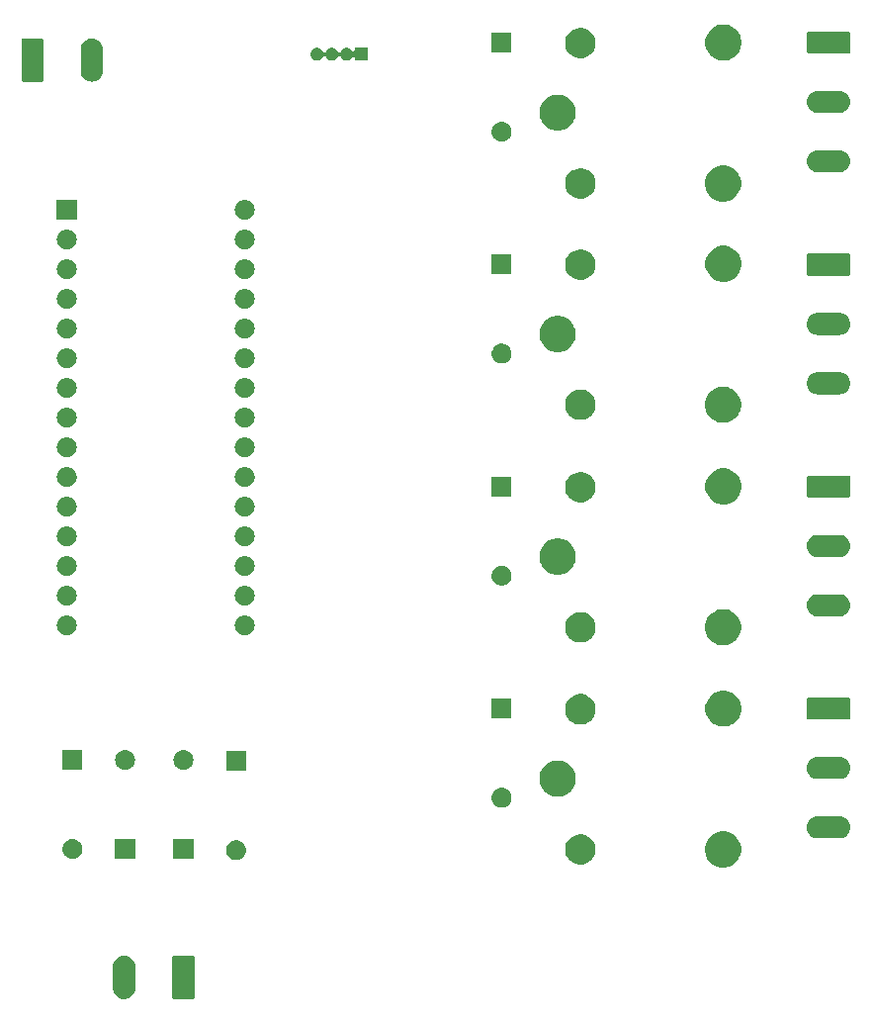
<source format=gbs>
G04 #@! TF.GenerationSoftware,KiCad,Pcbnew,5.1.2-f72e74a~84~ubuntu18.04.1*
G04 #@! TF.CreationDate,2019-06-17T19:39:07+02:00*
G04 #@! TF.ProjectId,msg-relay,6d73672d-7265-46c6-9179-2e6b69636164,rev?*
G04 #@! TF.SameCoordinates,Original*
G04 #@! TF.FileFunction,Soldermask,Bot*
G04 #@! TF.FilePolarity,Negative*
%FSLAX46Y46*%
G04 Gerber Fmt 4.6, Leading zero omitted, Abs format (unit mm)*
G04 Created by KiCad (PCBNEW 5.1.2-f72e74a~84~ubuntu18.04.1) date 2019-06-17 19:39:07*
%MOMM*%
%LPD*%
G04 APERTURE LIST*
%ADD10C,0.100000*%
G04 APERTURE END LIST*
D10*
G36*
X91856233Y-132163746D02*
G01*
X91934209Y-132187400D01*
X92035308Y-132218068D01*
X92035310Y-132218069D01*
X92200344Y-132306281D01*
X92345002Y-132424998D01*
X92463719Y-132569656D01*
X92551931Y-132734690D01*
X92606254Y-132913767D01*
X92620000Y-133053335D01*
X92620000Y-134946665D01*
X92606254Y-135086233D01*
X92551931Y-135265310D01*
X92463719Y-135430344D01*
X92345002Y-135575002D01*
X92200348Y-135693716D01*
X92200346Y-135693717D01*
X92200345Y-135693718D01*
X92035307Y-135781932D01*
X91915923Y-135818147D01*
X91856232Y-135836254D01*
X91670000Y-135854596D01*
X91483767Y-135836254D01*
X91405791Y-135812600D01*
X91304692Y-135781932D01*
X91251868Y-135753697D01*
X91139656Y-135693719D01*
X90994998Y-135575002D01*
X90876284Y-135430348D01*
X90876282Y-135430345D01*
X90788068Y-135265307D01*
X90751853Y-135145923D01*
X90733746Y-135086232D01*
X90720000Y-134946664D01*
X90720000Y-133053337D01*
X90733747Y-132913767D01*
X90788070Y-132734690D01*
X90876282Y-132569656D01*
X90994999Y-132424998D01*
X91139657Y-132306281D01*
X91304691Y-132218069D01*
X91304693Y-132218068D01*
X91405792Y-132187400D01*
X91483768Y-132163746D01*
X91670000Y-132145404D01*
X91856233Y-132163746D01*
X91856233Y-132163746D01*
G37*
G36*
X97574651Y-132153701D02*
G01*
X97603697Y-132162512D01*
X97630459Y-132176817D01*
X97653925Y-132196075D01*
X97673183Y-132219541D01*
X97687488Y-132246303D01*
X97696299Y-132275349D01*
X97700000Y-132312927D01*
X97700000Y-135687073D01*
X97696299Y-135724651D01*
X97687488Y-135753697D01*
X97673183Y-135780459D01*
X97653925Y-135803925D01*
X97630459Y-135823183D01*
X97603697Y-135837488D01*
X97574651Y-135846299D01*
X97537073Y-135850000D01*
X95962927Y-135850000D01*
X95925349Y-135846299D01*
X95896303Y-135837488D01*
X95869541Y-135823183D01*
X95846075Y-135803925D01*
X95826817Y-135780459D01*
X95812512Y-135753697D01*
X95803701Y-135724651D01*
X95800000Y-135687073D01*
X95800000Y-132312927D01*
X95803701Y-132275349D01*
X95812512Y-132246303D01*
X95826817Y-132219541D01*
X95846075Y-132196075D01*
X95869541Y-132176817D01*
X95896303Y-132162512D01*
X95925349Y-132153701D01*
X95962927Y-132150000D01*
X97537073Y-132150000D01*
X97574651Y-132153701D01*
X97574651Y-132153701D01*
G37*
G36*
X143402118Y-121559565D02*
G01*
X143402121Y-121559566D01*
X143402120Y-121559566D01*
X143684199Y-121676407D01*
X143768823Y-121732951D01*
X143938068Y-121846036D01*
X144153964Y-122061932D01*
X144253503Y-122210904D01*
X144323593Y-122315801D01*
X144362542Y-122409832D01*
X144440435Y-122597882D01*
X144500000Y-122897338D01*
X144500000Y-123202662D01*
X144440435Y-123502118D01*
X144440434Y-123502120D01*
X144323593Y-123784199D01*
X144292877Y-123830169D01*
X144153964Y-124038068D01*
X143938068Y-124253964D01*
X143794339Y-124350000D01*
X143684199Y-124423593D01*
X143466021Y-124513965D01*
X143402118Y-124540435D01*
X143102662Y-124600000D01*
X142797338Y-124600000D01*
X142497882Y-124540435D01*
X142433979Y-124513965D01*
X142215801Y-124423593D01*
X142105661Y-124350000D01*
X141961932Y-124253964D01*
X141746036Y-124038068D01*
X141607123Y-123830169D01*
X141576407Y-123784199D01*
X141459566Y-123502120D01*
X141459565Y-123502118D01*
X141400000Y-123202662D01*
X141400000Y-122897338D01*
X141459565Y-122597882D01*
X141537458Y-122409832D01*
X141576407Y-122315801D01*
X141646497Y-122210904D01*
X141746036Y-122061932D01*
X141961932Y-121846036D01*
X142131177Y-121732951D01*
X142215801Y-121676407D01*
X142497880Y-121559566D01*
X142497879Y-121559566D01*
X142497882Y-121559565D01*
X142797338Y-121500000D01*
X143102662Y-121500000D01*
X143402118Y-121559565D01*
X143402118Y-121559565D01*
G37*
G36*
X131129196Y-121799958D02*
G01*
X131365781Y-121897955D01*
X131449236Y-121953718D01*
X131578705Y-122040226D01*
X131759774Y-122221295D01*
X131759776Y-122221298D01*
X131902045Y-122434219D01*
X132000042Y-122670804D01*
X132050000Y-122921961D01*
X132050000Y-123178039D01*
X132000042Y-123429196D01*
X131902045Y-123665781D01*
X131872386Y-123710169D01*
X131759774Y-123878705D01*
X131578705Y-124059774D01*
X131578702Y-124059776D01*
X131365781Y-124202045D01*
X131129196Y-124300042D01*
X130878039Y-124350000D01*
X130621961Y-124350000D01*
X130370804Y-124300042D01*
X130134219Y-124202045D01*
X129921298Y-124059776D01*
X129921295Y-124059774D01*
X129740226Y-123878705D01*
X129627614Y-123710169D01*
X129597955Y-123665781D01*
X129499958Y-123429196D01*
X129450000Y-123178039D01*
X129450000Y-122921961D01*
X129499958Y-122670804D01*
X129597955Y-122434219D01*
X129740224Y-122221298D01*
X129740226Y-122221295D01*
X129921295Y-122040226D01*
X130050764Y-121953718D01*
X130134219Y-121897955D01*
X130370804Y-121799958D01*
X130621961Y-121750000D01*
X130878039Y-121750000D01*
X131129196Y-121799958D01*
X131129196Y-121799958D01*
G37*
G36*
X101375002Y-122278200D02*
G01*
X101416630Y-122282300D01*
X101465233Y-122297044D01*
X101576855Y-122330903D01*
X101623758Y-122355974D01*
X101724519Y-122409831D01*
X101853949Y-122516051D01*
X101960169Y-122645481D01*
X102014026Y-122746242D01*
X102039097Y-122793145D01*
X102051299Y-122833371D01*
X102087700Y-122953370D01*
X102104112Y-123120000D01*
X102098396Y-123178039D01*
X102087700Y-123286629D01*
X102039097Y-123446855D01*
X102039096Y-123446856D01*
X101960169Y-123594519D01*
X101853949Y-123723949D01*
X101724519Y-123830169D01*
X101633714Y-123878705D01*
X101576855Y-123909097D01*
X101465233Y-123942956D01*
X101416630Y-123957700D01*
X101375002Y-123961800D01*
X101291749Y-123970000D01*
X101208251Y-123970000D01*
X101124998Y-123961800D01*
X101083370Y-123957700D01*
X101034767Y-123942956D01*
X100923145Y-123909097D01*
X100866286Y-123878705D01*
X100775481Y-123830169D01*
X100646051Y-123723949D01*
X100539831Y-123594519D01*
X100460904Y-123446856D01*
X100460903Y-123446855D01*
X100412300Y-123286629D01*
X100401605Y-123178039D01*
X100395888Y-123120000D01*
X100412300Y-122953370D01*
X100448701Y-122833371D01*
X100460903Y-122793145D01*
X100485974Y-122746242D01*
X100539831Y-122645481D01*
X100646051Y-122516051D01*
X100775481Y-122409831D01*
X100876242Y-122355974D01*
X100923145Y-122330903D01*
X101034767Y-122297044D01*
X101083370Y-122282300D01*
X101124998Y-122278200D01*
X101208251Y-122270000D01*
X101291749Y-122270000D01*
X101375002Y-122278200D01*
X101375002Y-122278200D01*
G37*
G36*
X97600000Y-123850000D02*
G01*
X95900000Y-123850000D01*
X95900000Y-122150000D01*
X97600000Y-122150000D01*
X97600000Y-123850000D01*
X97600000Y-123850000D01*
G37*
G36*
X92600000Y-123850000D02*
G01*
X90900000Y-123850000D01*
X90900000Y-122150000D01*
X92600000Y-122150000D01*
X92600000Y-123850000D01*
X92600000Y-123850000D01*
G37*
G36*
X87375002Y-122158200D02*
G01*
X87416630Y-122162300D01*
X87465233Y-122177044D01*
X87576855Y-122210903D01*
X87596302Y-122221298D01*
X87724519Y-122289831D01*
X87853949Y-122396051D01*
X87960169Y-122525481D01*
X87998867Y-122597880D01*
X88039097Y-122673145D01*
X88072956Y-122784767D01*
X88087700Y-122833370D01*
X88096426Y-122921961D01*
X88104112Y-123000000D01*
X88087700Y-123166629D01*
X88039097Y-123326855D01*
X88039096Y-123326856D01*
X87960169Y-123474519D01*
X87853949Y-123603949D01*
X87724519Y-123710169D01*
X87623758Y-123764026D01*
X87576855Y-123789097D01*
X87465233Y-123822956D01*
X87416630Y-123837700D01*
X87375002Y-123841800D01*
X87291749Y-123850000D01*
X87208251Y-123850000D01*
X87124998Y-123841800D01*
X87083370Y-123837700D01*
X87034767Y-123822956D01*
X86923145Y-123789097D01*
X86876242Y-123764026D01*
X86775481Y-123710169D01*
X86646051Y-123603949D01*
X86539831Y-123474519D01*
X86460904Y-123326856D01*
X86460903Y-123326855D01*
X86412300Y-123166629D01*
X86395888Y-123000000D01*
X86403574Y-122921961D01*
X86412300Y-122833370D01*
X86427044Y-122784767D01*
X86460903Y-122673145D01*
X86501133Y-122597880D01*
X86539831Y-122525481D01*
X86646051Y-122396051D01*
X86775481Y-122289831D01*
X86903698Y-122221298D01*
X86923145Y-122210903D01*
X87034767Y-122177044D01*
X87083370Y-122162300D01*
X87124998Y-122158200D01*
X87208251Y-122150000D01*
X87291749Y-122150000D01*
X87375002Y-122158200D01*
X87375002Y-122158200D01*
G37*
G36*
X153086233Y-120223746D02*
G01*
X153164209Y-120247400D01*
X153265308Y-120278068D01*
X153265310Y-120278069D01*
X153430344Y-120366281D01*
X153575002Y-120484998D01*
X153693719Y-120629656D01*
X153781931Y-120794690D01*
X153836254Y-120973767D01*
X153854596Y-121160000D01*
X153836254Y-121346233D01*
X153781931Y-121525310D01*
X153693719Y-121690344D01*
X153575002Y-121835002D01*
X153430344Y-121953719D01*
X153268500Y-122040226D01*
X153265308Y-122041932D01*
X153164209Y-122072600D01*
X153086233Y-122096254D01*
X152946665Y-122110000D01*
X151053335Y-122110000D01*
X150913767Y-122096254D01*
X150835791Y-122072600D01*
X150734692Y-122041932D01*
X150731500Y-122040226D01*
X150569656Y-121953719D01*
X150424998Y-121835002D01*
X150306281Y-121690344D01*
X150218069Y-121525310D01*
X150163746Y-121346233D01*
X150145404Y-121160000D01*
X150163746Y-120973767D01*
X150218069Y-120794690D01*
X150306281Y-120629656D01*
X150424998Y-120484998D01*
X150569656Y-120366281D01*
X150734690Y-120278069D01*
X150734692Y-120278068D01*
X150835791Y-120247400D01*
X150913767Y-120223746D01*
X151053335Y-120210000D01*
X152946665Y-120210000D01*
X153086233Y-120223746D01*
X153086233Y-120223746D01*
G37*
G36*
X124125002Y-117778200D02*
G01*
X124166630Y-117782300D01*
X124215233Y-117797044D01*
X124326855Y-117830903D01*
X124373758Y-117855974D01*
X124474519Y-117909831D01*
X124603949Y-118016051D01*
X124710169Y-118145481D01*
X124764026Y-118246242D01*
X124789097Y-118293145D01*
X124813500Y-118373592D01*
X124837700Y-118453370D01*
X124841351Y-118490435D01*
X124854112Y-118620000D01*
X124837700Y-118786629D01*
X124789097Y-118946855D01*
X124789096Y-118946856D01*
X124710169Y-119094519D01*
X124603949Y-119223949D01*
X124474519Y-119330169D01*
X124373758Y-119384026D01*
X124326855Y-119409097D01*
X124215233Y-119442956D01*
X124166630Y-119457700D01*
X124125002Y-119461800D01*
X124041749Y-119470000D01*
X123958251Y-119470000D01*
X123874998Y-119461800D01*
X123833370Y-119457700D01*
X123784767Y-119442956D01*
X123673145Y-119409097D01*
X123626242Y-119384026D01*
X123525481Y-119330169D01*
X123396051Y-119223949D01*
X123289831Y-119094519D01*
X123210904Y-118946856D01*
X123210903Y-118946855D01*
X123162300Y-118786629D01*
X123145888Y-118620000D01*
X123158649Y-118490435D01*
X123162300Y-118453370D01*
X123186500Y-118373592D01*
X123210903Y-118293145D01*
X123235974Y-118246242D01*
X123289831Y-118145481D01*
X123396051Y-118016051D01*
X123525481Y-117909831D01*
X123626242Y-117855974D01*
X123673145Y-117830903D01*
X123784767Y-117797044D01*
X123833370Y-117782300D01*
X123874998Y-117778200D01*
X123958251Y-117770000D01*
X124041749Y-117770000D01*
X124125002Y-117778200D01*
X124125002Y-117778200D01*
G37*
G36*
X129252118Y-115509565D02*
G01*
X129252121Y-115509566D01*
X129252120Y-115509566D01*
X129534199Y-115626407D01*
X129534200Y-115626408D01*
X129788068Y-115796036D01*
X130003964Y-116011932D01*
X130049445Y-116080000D01*
X130173593Y-116265801D01*
X130208469Y-116350000D01*
X130290435Y-116547882D01*
X130350000Y-116847338D01*
X130350000Y-117152662D01*
X130290435Y-117452118D01*
X130290434Y-117452120D01*
X130173593Y-117734199D01*
X130141453Y-117782300D01*
X130003964Y-117988068D01*
X129788068Y-118203964D01*
X129654600Y-118293144D01*
X129534199Y-118373593D01*
X129341600Y-118453370D01*
X129252118Y-118490435D01*
X128952662Y-118550000D01*
X128647338Y-118550000D01*
X128347882Y-118490435D01*
X128258400Y-118453370D01*
X128065801Y-118373593D01*
X127945400Y-118293144D01*
X127811932Y-118203964D01*
X127596036Y-117988068D01*
X127458547Y-117782300D01*
X127426407Y-117734199D01*
X127309566Y-117452120D01*
X127309565Y-117452118D01*
X127250000Y-117152662D01*
X127250000Y-116847338D01*
X127309565Y-116547882D01*
X127391531Y-116350000D01*
X127426407Y-116265801D01*
X127550555Y-116080000D01*
X127596036Y-116011932D01*
X127811932Y-115796036D01*
X128065800Y-115626408D01*
X128065801Y-115626407D01*
X128347880Y-115509566D01*
X128347879Y-115509566D01*
X128347882Y-115509565D01*
X128647338Y-115450000D01*
X128952662Y-115450000D01*
X129252118Y-115509565D01*
X129252118Y-115509565D01*
G37*
G36*
X153086233Y-115143746D02*
G01*
X153164209Y-115167400D01*
X153265308Y-115198068D01*
X153265310Y-115198069D01*
X153430344Y-115286281D01*
X153575002Y-115404998D01*
X153693719Y-115549656D01*
X153781931Y-115714690D01*
X153836254Y-115893767D01*
X153854596Y-116080000D01*
X153836254Y-116266233D01*
X153781931Y-116445310D01*
X153693719Y-116610344D01*
X153575002Y-116755002D01*
X153430344Y-116873719D01*
X153265310Y-116961931D01*
X153265308Y-116961932D01*
X153164209Y-116992600D01*
X153086233Y-117016254D01*
X152946665Y-117030000D01*
X151053335Y-117030000D01*
X150913767Y-117016254D01*
X150835791Y-116992600D01*
X150734692Y-116961932D01*
X150734690Y-116961931D01*
X150569656Y-116873719D01*
X150424998Y-116755002D01*
X150306281Y-116610344D01*
X150218069Y-116445310D01*
X150163746Y-116266233D01*
X150145404Y-116080000D01*
X150163746Y-115893767D01*
X150218069Y-115714690D01*
X150306281Y-115549656D01*
X150424998Y-115404998D01*
X150569656Y-115286281D01*
X150734690Y-115198069D01*
X150734692Y-115198068D01*
X150835791Y-115167400D01*
X150913767Y-115143746D01*
X151053335Y-115130000D01*
X152946665Y-115130000D01*
X153086233Y-115143746D01*
X153086233Y-115143746D01*
G37*
G36*
X102100000Y-116350000D02*
G01*
X100400000Y-116350000D01*
X100400000Y-114650000D01*
X102100000Y-114650000D01*
X102100000Y-116350000D01*
X102100000Y-116350000D01*
G37*
G36*
X88100000Y-116230000D02*
G01*
X86400000Y-116230000D01*
X86400000Y-114530000D01*
X88100000Y-114530000D01*
X88100000Y-116230000D01*
X88100000Y-116230000D01*
G37*
G36*
X96875002Y-114538200D02*
G01*
X96916630Y-114542300D01*
X96965233Y-114557044D01*
X97076855Y-114590903D01*
X97123758Y-114615974D01*
X97224519Y-114669831D01*
X97353949Y-114776051D01*
X97460169Y-114905481D01*
X97514026Y-115006242D01*
X97539097Y-115053145D01*
X97562410Y-115130000D01*
X97587700Y-115213370D01*
X97604112Y-115380000D01*
X97591351Y-115509566D01*
X97587700Y-115546629D01*
X97539097Y-115706855D01*
X97539096Y-115706856D01*
X97460169Y-115854519D01*
X97353949Y-115983949D01*
X97224519Y-116090169D01*
X97123758Y-116144026D01*
X97076855Y-116169097D01*
X96965233Y-116202956D01*
X96916630Y-116217700D01*
X96875002Y-116221800D01*
X96791749Y-116230000D01*
X96708251Y-116230000D01*
X96624998Y-116221800D01*
X96583370Y-116217700D01*
X96534767Y-116202956D01*
X96423145Y-116169097D01*
X96376242Y-116144026D01*
X96275481Y-116090169D01*
X96146051Y-115983949D01*
X96039831Y-115854519D01*
X95960904Y-115706856D01*
X95960903Y-115706855D01*
X95912300Y-115546629D01*
X95908650Y-115509566D01*
X95895888Y-115380000D01*
X95912300Y-115213370D01*
X95937590Y-115130000D01*
X95960903Y-115053145D01*
X95985974Y-115006242D01*
X96039831Y-114905481D01*
X96146051Y-114776051D01*
X96275481Y-114669831D01*
X96376242Y-114615974D01*
X96423145Y-114590903D01*
X96534767Y-114557044D01*
X96583370Y-114542300D01*
X96624998Y-114538200D01*
X96708251Y-114530000D01*
X96791749Y-114530000D01*
X96875002Y-114538200D01*
X96875002Y-114538200D01*
G37*
G36*
X91875002Y-114538200D02*
G01*
X91916630Y-114542300D01*
X91965233Y-114557044D01*
X92076855Y-114590903D01*
X92123758Y-114615974D01*
X92224519Y-114669831D01*
X92353949Y-114776051D01*
X92460169Y-114905481D01*
X92514026Y-115006242D01*
X92539097Y-115053145D01*
X92562410Y-115130000D01*
X92587700Y-115213370D01*
X92604112Y-115380000D01*
X92591351Y-115509566D01*
X92587700Y-115546629D01*
X92539097Y-115706855D01*
X92539096Y-115706856D01*
X92460169Y-115854519D01*
X92353949Y-115983949D01*
X92224519Y-116090169D01*
X92123758Y-116144026D01*
X92076855Y-116169097D01*
X91965233Y-116202956D01*
X91916630Y-116217700D01*
X91875002Y-116221800D01*
X91791749Y-116230000D01*
X91708251Y-116230000D01*
X91624998Y-116221800D01*
X91583370Y-116217700D01*
X91534767Y-116202956D01*
X91423145Y-116169097D01*
X91376242Y-116144026D01*
X91275481Y-116090169D01*
X91146051Y-115983949D01*
X91039831Y-115854519D01*
X90960904Y-115706856D01*
X90960903Y-115706855D01*
X90912300Y-115546629D01*
X90908650Y-115509566D01*
X90895888Y-115380000D01*
X90912300Y-115213370D01*
X90937590Y-115130000D01*
X90960903Y-115053145D01*
X90985974Y-115006242D01*
X91039831Y-114905481D01*
X91146051Y-114776051D01*
X91275481Y-114669831D01*
X91376242Y-114615974D01*
X91423145Y-114590903D01*
X91534767Y-114557044D01*
X91583370Y-114542300D01*
X91624998Y-114538200D01*
X91708251Y-114530000D01*
X91791749Y-114530000D01*
X91875002Y-114538200D01*
X91875002Y-114538200D01*
G37*
G36*
X143452118Y-109509565D02*
G01*
X143452121Y-109509566D01*
X143452120Y-109509566D01*
X143734199Y-109626407D01*
X143734200Y-109626408D01*
X143988068Y-109796036D01*
X144203964Y-110011932D01*
X144281044Y-110127291D01*
X144373593Y-110265801D01*
X144443354Y-110434219D01*
X144490435Y-110547882D01*
X144550000Y-110847338D01*
X144550000Y-111152662D01*
X144490435Y-111452118D01*
X144490434Y-111452120D01*
X144373593Y-111734199D01*
X144373592Y-111734200D01*
X144203964Y-111988068D01*
X143988068Y-112203964D01*
X143844276Y-112300042D01*
X143734199Y-112373593D01*
X143516021Y-112463965D01*
X143452118Y-112490435D01*
X143152662Y-112550000D01*
X142847338Y-112550000D01*
X142547882Y-112490435D01*
X142483979Y-112463965D01*
X142265801Y-112373593D01*
X142155724Y-112300042D01*
X142011932Y-112203964D01*
X141796036Y-111988068D01*
X141626408Y-111734200D01*
X141626407Y-111734199D01*
X141509566Y-111452120D01*
X141509565Y-111452118D01*
X141450000Y-111152662D01*
X141450000Y-110847338D01*
X141509565Y-110547882D01*
X141556646Y-110434219D01*
X141626407Y-110265801D01*
X141718956Y-110127291D01*
X141796036Y-110011932D01*
X142011932Y-109796036D01*
X142265800Y-109626408D01*
X142265801Y-109626407D01*
X142547880Y-109509566D01*
X142547879Y-109509566D01*
X142547882Y-109509565D01*
X142847338Y-109450000D01*
X143152662Y-109450000D01*
X143452118Y-109509565D01*
X143452118Y-109509565D01*
G37*
G36*
X131129196Y-109799958D02*
G01*
X131365781Y-109897955D01*
X131536357Y-110011930D01*
X131578705Y-110040226D01*
X131759774Y-110221295D01*
X131759776Y-110221298D01*
X131902045Y-110434219D01*
X132000042Y-110670804D01*
X132050000Y-110921961D01*
X132050000Y-111178039D01*
X132000042Y-111429196D01*
X131902045Y-111665781D01*
X131856329Y-111734200D01*
X131759774Y-111878705D01*
X131578705Y-112059774D01*
X131578702Y-112059776D01*
X131365781Y-112202045D01*
X131365780Y-112202046D01*
X131365779Y-112202046D01*
X131312184Y-112224246D01*
X131129196Y-112300042D01*
X130878039Y-112350000D01*
X130621961Y-112350000D01*
X130370804Y-112300042D01*
X130187816Y-112224246D01*
X130134221Y-112202046D01*
X130134220Y-112202046D01*
X130134219Y-112202045D01*
X129921298Y-112059776D01*
X129921295Y-112059774D01*
X129740226Y-111878705D01*
X129643671Y-111734200D01*
X129597955Y-111665781D01*
X129499958Y-111429196D01*
X129450000Y-111178039D01*
X129450000Y-110921961D01*
X129499958Y-110670804D01*
X129597955Y-110434219D01*
X129740224Y-110221298D01*
X129740226Y-110221295D01*
X129921295Y-110040226D01*
X129963643Y-110011930D01*
X130134219Y-109897955D01*
X130370804Y-109799958D01*
X130621961Y-109750000D01*
X130878039Y-109750000D01*
X131129196Y-109799958D01*
X131129196Y-109799958D01*
G37*
G36*
X153724651Y-110053701D02*
G01*
X153753697Y-110062512D01*
X153780459Y-110076817D01*
X153803925Y-110096075D01*
X153823183Y-110119541D01*
X153837488Y-110146303D01*
X153846299Y-110175349D01*
X153850000Y-110212927D01*
X153850000Y-111787073D01*
X153846299Y-111824651D01*
X153837488Y-111853697D01*
X153823183Y-111880459D01*
X153803925Y-111903925D01*
X153780459Y-111923183D01*
X153753697Y-111937488D01*
X153724651Y-111946299D01*
X153687073Y-111950000D01*
X150312927Y-111950000D01*
X150275349Y-111946299D01*
X150246303Y-111937488D01*
X150219541Y-111923183D01*
X150196075Y-111903925D01*
X150176817Y-111880459D01*
X150162512Y-111853697D01*
X150153701Y-111824651D01*
X150150000Y-111787073D01*
X150150000Y-110212927D01*
X150153701Y-110175349D01*
X150162512Y-110146303D01*
X150176817Y-110119541D01*
X150196075Y-110096075D01*
X150219541Y-110076817D01*
X150246303Y-110062512D01*
X150275349Y-110053701D01*
X150312927Y-110050000D01*
X153687073Y-110050000D01*
X153724651Y-110053701D01*
X153724651Y-110053701D01*
G37*
G36*
X124850000Y-111850000D02*
G01*
X123150000Y-111850000D01*
X123150000Y-110150000D01*
X124850000Y-110150000D01*
X124850000Y-111850000D01*
X124850000Y-111850000D01*
G37*
G36*
X143402118Y-102559565D02*
G01*
X143402121Y-102559566D01*
X143402120Y-102559566D01*
X143684199Y-102676407D01*
X143768823Y-102732951D01*
X143938068Y-102846036D01*
X144153964Y-103061932D01*
X144212696Y-103149831D01*
X144323593Y-103315801D01*
X144352455Y-103385481D01*
X144440435Y-103597882D01*
X144500000Y-103897338D01*
X144500000Y-104202662D01*
X144440435Y-104502118D01*
X144440434Y-104502120D01*
X144323593Y-104784199D01*
X144323592Y-104784200D01*
X144153964Y-105038068D01*
X143938068Y-105253964D01*
X143794339Y-105350000D01*
X143684199Y-105423593D01*
X143466021Y-105513965D01*
X143402118Y-105540435D01*
X143102662Y-105600000D01*
X142797338Y-105600000D01*
X142497882Y-105540435D01*
X142433979Y-105513965D01*
X142215801Y-105423593D01*
X142105661Y-105350000D01*
X141961932Y-105253964D01*
X141746036Y-105038068D01*
X141576408Y-104784200D01*
X141576407Y-104784199D01*
X141459566Y-104502120D01*
X141459565Y-104502118D01*
X141400000Y-104202662D01*
X141400000Y-103897338D01*
X141459565Y-103597882D01*
X141547545Y-103385481D01*
X141576407Y-103315801D01*
X141687304Y-103149831D01*
X141746036Y-103061932D01*
X141961932Y-102846036D01*
X142131177Y-102732951D01*
X142215801Y-102676407D01*
X142497880Y-102559566D01*
X142497879Y-102559566D01*
X142497882Y-102559565D01*
X142797338Y-102500000D01*
X143102662Y-102500000D01*
X143402118Y-102559565D01*
X143402118Y-102559565D01*
G37*
G36*
X131129196Y-102799958D02*
G01*
X131365781Y-102897955D01*
X131551877Y-103022300D01*
X131578705Y-103040226D01*
X131759774Y-103221295D01*
X131759776Y-103221298D01*
X131902045Y-103434219D01*
X132000042Y-103670804D01*
X132050000Y-103921961D01*
X132050000Y-104178039D01*
X132000042Y-104429196D01*
X131941649Y-104570168D01*
X131902046Y-104665779D01*
X131759774Y-104878705D01*
X131578705Y-105059774D01*
X131578702Y-105059776D01*
X131365781Y-105202045D01*
X131129196Y-105300042D01*
X130878039Y-105350000D01*
X130621961Y-105350000D01*
X130370804Y-105300042D01*
X130134219Y-105202045D01*
X129921298Y-105059776D01*
X129921295Y-105059774D01*
X129740226Y-104878705D01*
X129597954Y-104665779D01*
X129558351Y-104570168D01*
X129499958Y-104429196D01*
X129450000Y-104178039D01*
X129450000Y-103921961D01*
X129499958Y-103670804D01*
X129597955Y-103434219D01*
X129740224Y-103221298D01*
X129740226Y-103221295D01*
X129921295Y-103040226D01*
X129948123Y-103022300D01*
X130134219Y-102897955D01*
X130370804Y-102799958D01*
X130621961Y-102750000D01*
X130878039Y-102750000D01*
X131129196Y-102799958D01*
X131129196Y-102799958D01*
G37*
G36*
X102125002Y-103018200D02*
G01*
X102166630Y-103022300D01*
X102215233Y-103037044D01*
X102326855Y-103070903D01*
X102373758Y-103095974D01*
X102474519Y-103149831D01*
X102603949Y-103256051D01*
X102710169Y-103385481D01*
X102764026Y-103486242D01*
X102789097Y-103533145D01*
X102837700Y-103693371D01*
X102854112Y-103860000D01*
X102837700Y-104026629D01*
X102789097Y-104186855D01*
X102789096Y-104186856D01*
X102710169Y-104334519D01*
X102603949Y-104463949D01*
X102474519Y-104570169D01*
X102373758Y-104624026D01*
X102326855Y-104649097D01*
X102215233Y-104682956D01*
X102166630Y-104697700D01*
X102125002Y-104701800D01*
X102041749Y-104710000D01*
X101958251Y-104710000D01*
X101874998Y-104701800D01*
X101833370Y-104697700D01*
X101784767Y-104682956D01*
X101673145Y-104649097D01*
X101626242Y-104624026D01*
X101525481Y-104570169D01*
X101396051Y-104463949D01*
X101289831Y-104334519D01*
X101210904Y-104186856D01*
X101210903Y-104186855D01*
X101162300Y-104026629D01*
X101145888Y-103860000D01*
X101162300Y-103693371D01*
X101210903Y-103533145D01*
X101235974Y-103486242D01*
X101289831Y-103385481D01*
X101396051Y-103256051D01*
X101525481Y-103149831D01*
X101626242Y-103095974D01*
X101673145Y-103070903D01*
X101784767Y-103037044D01*
X101833370Y-103022300D01*
X101874998Y-103018200D01*
X101958251Y-103010000D01*
X102041749Y-103010000D01*
X102125002Y-103018200D01*
X102125002Y-103018200D01*
G37*
G36*
X86885002Y-103018200D02*
G01*
X86926630Y-103022300D01*
X86975233Y-103037044D01*
X87086855Y-103070903D01*
X87133758Y-103095974D01*
X87234519Y-103149831D01*
X87363949Y-103256051D01*
X87470169Y-103385481D01*
X87524026Y-103486242D01*
X87549097Y-103533145D01*
X87597700Y-103693371D01*
X87614112Y-103860000D01*
X87597700Y-104026629D01*
X87549097Y-104186855D01*
X87549096Y-104186856D01*
X87470169Y-104334519D01*
X87363949Y-104463949D01*
X87234519Y-104570169D01*
X87133758Y-104624026D01*
X87086855Y-104649097D01*
X86975233Y-104682956D01*
X86926630Y-104697700D01*
X86885002Y-104701800D01*
X86801749Y-104710000D01*
X86718251Y-104710000D01*
X86634998Y-104701800D01*
X86593370Y-104697700D01*
X86544767Y-104682956D01*
X86433145Y-104649097D01*
X86386242Y-104624026D01*
X86285481Y-104570169D01*
X86156051Y-104463949D01*
X86049831Y-104334519D01*
X85970904Y-104186856D01*
X85970903Y-104186855D01*
X85922300Y-104026629D01*
X85905888Y-103860000D01*
X85922300Y-103693371D01*
X85970903Y-103533145D01*
X85995974Y-103486242D01*
X86049831Y-103385481D01*
X86156051Y-103256051D01*
X86285481Y-103149831D01*
X86386242Y-103095974D01*
X86433145Y-103070903D01*
X86544767Y-103037044D01*
X86593370Y-103022300D01*
X86634998Y-103018200D01*
X86718251Y-103010000D01*
X86801749Y-103010000D01*
X86885002Y-103018200D01*
X86885002Y-103018200D01*
G37*
G36*
X153086233Y-101223746D02*
G01*
X153164209Y-101247400D01*
X153265308Y-101278068D01*
X153265310Y-101278069D01*
X153430344Y-101366281D01*
X153575002Y-101484998D01*
X153693719Y-101629656D01*
X153781931Y-101794690D01*
X153836254Y-101973767D01*
X153854596Y-102160000D01*
X153836254Y-102346233D01*
X153781931Y-102525310D01*
X153693719Y-102690344D01*
X153575002Y-102835002D01*
X153430344Y-102953719D01*
X153268500Y-103040226D01*
X153265308Y-103041932D01*
X153169803Y-103070903D01*
X153086233Y-103096254D01*
X152946665Y-103110000D01*
X151053335Y-103110000D01*
X150913767Y-103096254D01*
X150830197Y-103070903D01*
X150734692Y-103041932D01*
X150731500Y-103040226D01*
X150569656Y-102953719D01*
X150424998Y-102835002D01*
X150306281Y-102690344D01*
X150218069Y-102525310D01*
X150163746Y-102346233D01*
X150145404Y-102160000D01*
X150163746Y-101973767D01*
X150218069Y-101794690D01*
X150306281Y-101629656D01*
X150424998Y-101484998D01*
X150569656Y-101366281D01*
X150734690Y-101278069D01*
X150734692Y-101278068D01*
X150835791Y-101247400D01*
X150913767Y-101223746D01*
X151053335Y-101210000D01*
X152946665Y-101210000D01*
X153086233Y-101223746D01*
X153086233Y-101223746D01*
G37*
G36*
X102125002Y-100478200D02*
G01*
X102166630Y-100482300D01*
X102215233Y-100497044D01*
X102326855Y-100530903D01*
X102373758Y-100555974D01*
X102474519Y-100609831D01*
X102603949Y-100716051D01*
X102710169Y-100845481D01*
X102764026Y-100946242D01*
X102789097Y-100993145D01*
X102822956Y-101104767D01*
X102837700Y-101153370D01*
X102854112Y-101320000D01*
X102849554Y-101366282D01*
X102837700Y-101486629D01*
X102789097Y-101646855D01*
X102789096Y-101646856D01*
X102710169Y-101794519D01*
X102603949Y-101923949D01*
X102474519Y-102030169D01*
X102373758Y-102084026D01*
X102326855Y-102109097D01*
X102215233Y-102142956D01*
X102166630Y-102157700D01*
X102125002Y-102161800D01*
X102041749Y-102170000D01*
X101958251Y-102170000D01*
X101874998Y-102161800D01*
X101833370Y-102157700D01*
X101784767Y-102142956D01*
X101673145Y-102109097D01*
X101626242Y-102084026D01*
X101525481Y-102030169D01*
X101396051Y-101923949D01*
X101289831Y-101794519D01*
X101210904Y-101646856D01*
X101210903Y-101646855D01*
X101162300Y-101486629D01*
X101150447Y-101366282D01*
X101145888Y-101320000D01*
X101162300Y-101153370D01*
X101177044Y-101104767D01*
X101210903Y-100993145D01*
X101235974Y-100946242D01*
X101289831Y-100845481D01*
X101396051Y-100716051D01*
X101525481Y-100609831D01*
X101626242Y-100555974D01*
X101673145Y-100530903D01*
X101784767Y-100497044D01*
X101833370Y-100482300D01*
X101874998Y-100478200D01*
X101958251Y-100470000D01*
X102041749Y-100470000D01*
X102125002Y-100478200D01*
X102125002Y-100478200D01*
G37*
G36*
X86885002Y-100478200D02*
G01*
X86926630Y-100482300D01*
X86975233Y-100497044D01*
X87086855Y-100530903D01*
X87133758Y-100555974D01*
X87234519Y-100609831D01*
X87363949Y-100716051D01*
X87470169Y-100845481D01*
X87524026Y-100946242D01*
X87549097Y-100993145D01*
X87582956Y-101104767D01*
X87597700Y-101153370D01*
X87614112Y-101320000D01*
X87609554Y-101366282D01*
X87597700Y-101486629D01*
X87549097Y-101646855D01*
X87549096Y-101646856D01*
X87470169Y-101794519D01*
X87363949Y-101923949D01*
X87234519Y-102030169D01*
X87133758Y-102084026D01*
X87086855Y-102109097D01*
X86975233Y-102142956D01*
X86926630Y-102157700D01*
X86885002Y-102161800D01*
X86801749Y-102170000D01*
X86718251Y-102170000D01*
X86634998Y-102161800D01*
X86593370Y-102157700D01*
X86544767Y-102142956D01*
X86433145Y-102109097D01*
X86386242Y-102084026D01*
X86285481Y-102030169D01*
X86156051Y-101923949D01*
X86049831Y-101794519D01*
X85970904Y-101646856D01*
X85970903Y-101646855D01*
X85922300Y-101486629D01*
X85910447Y-101366282D01*
X85905888Y-101320000D01*
X85922300Y-101153370D01*
X85937044Y-101104767D01*
X85970903Y-100993145D01*
X85995974Y-100946242D01*
X86049831Y-100845481D01*
X86156051Y-100716051D01*
X86285481Y-100609831D01*
X86386242Y-100555974D01*
X86433145Y-100530903D01*
X86544767Y-100497044D01*
X86593370Y-100482300D01*
X86634998Y-100478200D01*
X86718251Y-100470000D01*
X86801749Y-100470000D01*
X86885002Y-100478200D01*
X86885002Y-100478200D01*
G37*
G36*
X124125002Y-98778200D02*
G01*
X124166630Y-98782300D01*
X124215233Y-98797044D01*
X124326855Y-98830903D01*
X124373758Y-98855974D01*
X124474519Y-98909831D01*
X124603949Y-99016051D01*
X124710169Y-99145481D01*
X124764026Y-99246242D01*
X124789097Y-99293145D01*
X124822956Y-99404767D01*
X124837700Y-99453370D01*
X124841351Y-99490435D01*
X124854112Y-99620000D01*
X124837700Y-99786629D01*
X124789097Y-99946855D01*
X124789096Y-99946856D01*
X124710169Y-100094519D01*
X124603949Y-100223949D01*
X124474519Y-100330169D01*
X124373758Y-100384026D01*
X124326855Y-100409097D01*
X124215233Y-100442956D01*
X124166630Y-100457700D01*
X124125002Y-100461800D01*
X124041749Y-100470000D01*
X123958251Y-100470000D01*
X123874998Y-100461800D01*
X123833370Y-100457700D01*
X123784767Y-100442956D01*
X123673145Y-100409097D01*
X123626242Y-100384026D01*
X123525481Y-100330169D01*
X123396051Y-100223949D01*
X123289831Y-100094519D01*
X123210904Y-99946856D01*
X123210903Y-99946855D01*
X123162300Y-99786629D01*
X123145888Y-99620000D01*
X123158649Y-99490435D01*
X123162300Y-99453370D01*
X123177044Y-99404767D01*
X123210903Y-99293145D01*
X123235974Y-99246242D01*
X123289831Y-99145481D01*
X123396051Y-99016051D01*
X123525481Y-98909831D01*
X123626242Y-98855974D01*
X123673145Y-98830903D01*
X123784767Y-98797044D01*
X123833370Y-98782300D01*
X123874998Y-98778200D01*
X123958251Y-98770000D01*
X124041749Y-98770000D01*
X124125002Y-98778200D01*
X124125002Y-98778200D01*
G37*
G36*
X102125002Y-97938200D02*
G01*
X102166630Y-97942300D01*
X102215233Y-97957044D01*
X102326855Y-97990903D01*
X102373758Y-98015974D01*
X102474519Y-98069831D01*
X102603949Y-98176051D01*
X102710169Y-98305481D01*
X102764026Y-98406242D01*
X102789097Y-98453145D01*
X102837700Y-98613371D01*
X102854112Y-98780000D01*
X102837700Y-98946629D01*
X102789097Y-99106855D01*
X102789096Y-99106856D01*
X102710169Y-99254519D01*
X102603949Y-99383949D01*
X102474519Y-99490169D01*
X102373758Y-99544026D01*
X102326855Y-99569097D01*
X102215233Y-99602956D01*
X102166630Y-99617700D01*
X102125002Y-99621800D01*
X102041749Y-99630000D01*
X101958251Y-99630000D01*
X101874998Y-99621800D01*
X101833370Y-99617700D01*
X101784767Y-99602956D01*
X101673145Y-99569097D01*
X101626242Y-99544026D01*
X101525481Y-99490169D01*
X101396051Y-99383949D01*
X101289831Y-99254519D01*
X101210904Y-99106856D01*
X101210903Y-99106855D01*
X101162300Y-98946629D01*
X101145888Y-98780000D01*
X101162300Y-98613371D01*
X101210903Y-98453145D01*
X101235974Y-98406242D01*
X101289831Y-98305481D01*
X101396051Y-98176051D01*
X101525481Y-98069831D01*
X101626242Y-98015974D01*
X101673145Y-97990903D01*
X101784767Y-97957044D01*
X101833370Y-97942300D01*
X101874998Y-97938200D01*
X101958251Y-97930000D01*
X102041749Y-97930000D01*
X102125002Y-97938200D01*
X102125002Y-97938200D01*
G37*
G36*
X86885002Y-97938200D02*
G01*
X86926630Y-97942300D01*
X86975233Y-97957044D01*
X87086855Y-97990903D01*
X87133758Y-98015974D01*
X87234519Y-98069831D01*
X87363949Y-98176051D01*
X87470169Y-98305481D01*
X87524026Y-98406242D01*
X87549097Y-98453145D01*
X87597700Y-98613371D01*
X87614112Y-98780000D01*
X87597700Y-98946629D01*
X87549097Y-99106855D01*
X87549096Y-99106856D01*
X87470169Y-99254519D01*
X87363949Y-99383949D01*
X87234519Y-99490169D01*
X87133758Y-99544026D01*
X87086855Y-99569097D01*
X86975233Y-99602956D01*
X86926630Y-99617700D01*
X86885002Y-99621800D01*
X86801749Y-99630000D01*
X86718251Y-99630000D01*
X86634998Y-99621800D01*
X86593370Y-99617700D01*
X86544767Y-99602956D01*
X86433145Y-99569097D01*
X86386242Y-99544026D01*
X86285481Y-99490169D01*
X86156051Y-99383949D01*
X86049831Y-99254519D01*
X85970904Y-99106856D01*
X85970903Y-99106855D01*
X85922300Y-98946629D01*
X85905888Y-98780000D01*
X85922300Y-98613371D01*
X85970903Y-98453145D01*
X85995974Y-98406242D01*
X86049831Y-98305481D01*
X86156051Y-98176051D01*
X86285481Y-98069831D01*
X86386242Y-98015974D01*
X86433145Y-97990903D01*
X86544767Y-97957044D01*
X86593370Y-97942300D01*
X86634998Y-97938200D01*
X86718251Y-97930000D01*
X86801749Y-97930000D01*
X86885002Y-97938200D01*
X86885002Y-97938200D01*
G37*
G36*
X129252118Y-96509565D02*
G01*
X129252121Y-96509566D01*
X129252120Y-96509566D01*
X129534199Y-96626407D01*
X129534200Y-96626408D01*
X129788068Y-96796036D01*
X130003964Y-97011932D01*
X130015433Y-97029097D01*
X130173593Y-97265801D01*
X130247947Y-97445308D01*
X130290435Y-97547882D01*
X130350000Y-97847338D01*
X130350000Y-98152662D01*
X130290435Y-98452118D01*
X130263965Y-98516021D01*
X130173593Y-98734199D01*
X130142990Y-98780000D01*
X130003964Y-98988068D01*
X129788068Y-99203964D01*
X129654600Y-99293144D01*
X129534199Y-99373593D01*
X129341600Y-99453370D01*
X129252118Y-99490435D01*
X128952662Y-99550000D01*
X128647338Y-99550000D01*
X128347882Y-99490435D01*
X128258400Y-99453370D01*
X128065801Y-99373593D01*
X127945400Y-99293144D01*
X127811932Y-99203964D01*
X127596036Y-98988068D01*
X127457010Y-98780000D01*
X127426407Y-98734199D01*
X127336035Y-98516021D01*
X127309565Y-98452118D01*
X127250000Y-98152662D01*
X127250000Y-97847338D01*
X127309565Y-97547882D01*
X127352053Y-97445308D01*
X127426407Y-97265801D01*
X127584567Y-97029097D01*
X127596036Y-97011932D01*
X127811932Y-96796036D01*
X128065800Y-96626408D01*
X128065801Y-96626407D01*
X128347880Y-96509566D01*
X128347879Y-96509566D01*
X128347882Y-96509565D01*
X128647338Y-96450000D01*
X128952662Y-96450000D01*
X129252118Y-96509565D01*
X129252118Y-96509565D01*
G37*
G36*
X153086233Y-96143746D02*
G01*
X153164209Y-96167400D01*
X153265308Y-96198068D01*
X153265310Y-96198069D01*
X153430344Y-96286281D01*
X153575002Y-96404998D01*
X153693719Y-96549656D01*
X153781931Y-96714690D01*
X153836254Y-96893767D01*
X153854596Y-97080000D01*
X153836254Y-97266233D01*
X153781931Y-97445310D01*
X153693719Y-97610344D01*
X153575002Y-97755002D01*
X153430344Y-97873719D01*
X153325049Y-97930000D01*
X153265308Y-97961932D01*
X153169803Y-97990903D01*
X153086233Y-98016254D01*
X152946665Y-98030000D01*
X151053335Y-98030000D01*
X150913767Y-98016254D01*
X150830197Y-97990903D01*
X150734692Y-97961932D01*
X150674951Y-97930000D01*
X150569656Y-97873719D01*
X150424998Y-97755002D01*
X150306281Y-97610344D01*
X150218069Y-97445310D01*
X150163746Y-97266233D01*
X150145404Y-97080000D01*
X150163746Y-96893767D01*
X150218069Y-96714690D01*
X150306281Y-96549656D01*
X150424998Y-96404998D01*
X150569656Y-96286281D01*
X150734690Y-96198069D01*
X150734692Y-96198068D01*
X150835791Y-96167400D01*
X150913767Y-96143746D01*
X151053335Y-96130000D01*
X152946665Y-96130000D01*
X153086233Y-96143746D01*
X153086233Y-96143746D01*
G37*
G36*
X86885002Y-95398200D02*
G01*
X86926630Y-95402300D01*
X86975233Y-95417044D01*
X87086855Y-95450903D01*
X87133758Y-95475974D01*
X87234519Y-95529831D01*
X87363949Y-95636051D01*
X87470169Y-95765481D01*
X87524026Y-95866242D01*
X87549097Y-95913145D01*
X87582956Y-96024767D01*
X87597700Y-96073370D01*
X87614112Y-96240000D01*
X87609554Y-96286282D01*
X87597700Y-96406629D01*
X87549097Y-96566855D01*
X87549096Y-96566856D01*
X87470169Y-96714519D01*
X87363949Y-96843949D01*
X87234519Y-96950169D01*
X87133758Y-97004026D01*
X87086855Y-97029097D01*
X86975233Y-97062956D01*
X86926630Y-97077700D01*
X86885002Y-97081800D01*
X86801749Y-97090000D01*
X86718251Y-97090000D01*
X86634998Y-97081800D01*
X86593370Y-97077700D01*
X86544767Y-97062956D01*
X86433145Y-97029097D01*
X86386242Y-97004026D01*
X86285481Y-96950169D01*
X86156051Y-96843949D01*
X86049831Y-96714519D01*
X85970904Y-96566856D01*
X85970903Y-96566855D01*
X85922300Y-96406629D01*
X85910447Y-96286282D01*
X85905888Y-96240000D01*
X85922300Y-96073370D01*
X85937044Y-96024767D01*
X85970903Y-95913145D01*
X85995974Y-95866242D01*
X86049831Y-95765481D01*
X86156051Y-95636051D01*
X86285481Y-95529831D01*
X86386242Y-95475974D01*
X86433145Y-95450903D01*
X86544767Y-95417044D01*
X86593370Y-95402300D01*
X86634998Y-95398200D01*
X86718251Y-95390000D01*
X86801749Y-95390000D01*
X86885002Y-95398200D01*
X86885002Y-95398200D01*
G37*
G36*
X102125002Y-95398200D02*
G01*
X102166630Y-95402300D01*
X102215233Y-95417044D01*
X102326855Y-95450903D01*
X102373758Y-95475974D01*
X102474519Y-95529831D01*
X102603949Y-95636051D01*
X102710169Y-95765481D01*
X102764026Y-95866242D01*
X102789097Y-95913145D01*
X102822956Y-96024767D01*
X102837700Y-96073370D01*
X102854112Y-96240000D01*
X102849554Y-96286282D01*
X102837700Y-96406629D01*
X102789097Y-96566855D01*
X102789096Y-96566856D01*
X102710169Y-96714519D01*
X102603949Y-96843949D01*
X102474519Y-96950169D01*
X102373758Y-97004026D01*
X102326855Y-97029097D01*
X102215233Y-97062956D01*
X102166630Y-97077700D01*
X102125002Y-97081800D01*
X102041749Y-97090000D01*
X101958251Y-97090000D01*
X101874998Y-97081800D01*
X101833370Y-97077700D01*
X101784767Y-97062956D01*
X101673145Y-97029097D01*
X101626242Y-97004026D01*
X101525481Y-96950169D01*
X101396051Y-96843949D01*
X101289831Y-96714519D01*
X101210904Y-96566856D01*
X101210903Y-96566855D01*
X101162300Y-96406629D01*
X101150447Y-96286282D01*
X101145888Y-96240000D01*
X101162300Y-96073370D01*
X101177044Y-96024767D01*
X101210903Y-95913145D01*
X101235974Y-95866242D01*
X101289831Y-95765481D01*
X101396051Y-95636051D01*
X101525481Y-95529831D01*
X101626242Y-95475974D01*
X101673145Y-95450903D01*
X101784767Y-95417044D01*
X101833370Y-95402300D01*
X101874998Y-95398200D01*
X101958251Y-95390000D01*
X102041749Y-95390000D01*
X102125002Y-95398200D01*
X102125002Y-95398200D01*
G37*
G36*
X102125002Y-92858200D02*
G01*
X102166630Y-92862300D01*
X102200944Y-92872709D01*
X102326855Y-92910903D01*
X102349829Y-92923183D01*
X102474519Y-92989831D01*
X102603949Y-93096051D01*
X102710169Y-93225481D01*
X102750022Y-93300041D01*
X102789097Y-93373145D01*
X102822956Y-93484767D01*
X102824676Y-93490434D01*
X102837700Y-93533371D01*
X102854112Y-93700000D01*
X102837700Y-93866629D01*
X102789097Y-94026855D01*
X102789096Y-94026856D01*
X102710169Y-94174519D01*
X102603949Y-94303949D01*
X102474519Y-94410169D01*
X102373758Y-94464026D01*
X102326855Y-94489097D01*
X102215233Y-94522956D01*
X102166630Y-94537700D01*
X102125002Y-94541800D01*
X102041749Y-94550000D01*
X101958251Y-94550000D01*
X101874998Y-94541800D01*
X101833370Y-94537700D01*
X101784767Y-94522956D01*
X101673145Y-94489097D01*
X101626242Y-94464026D01*
X101525481Y-94410169D01*
X101396051Y-94303949D01*
X101289831Y-94174519D01*
X101210904Y-94026856D01*
X101210903Y-94026855D01*
X101162300Y-93866629D01*
X101145888Y-93700000D01*
X101162300Y-93533371D01*
X101175325Y-93490434D01*
X101177044Y-93484767D01*
X101210903Y-93373145D01*
X101249978Y-93300041D01*
X101289831Y-93225481D01*
X101396051Y-93096051D01*
X101525481Y-92989831D01*
X101650171Y-92923183D01*
X101673145Y-92910903D01*
X101799056Y-92872709D01*
X101833370Y-92862300D01*
X101874998Y-92858200D01*
X101958251Y-92850000D01*
X102041749Y-92850000D01*
X102125002Y-92858200D01*
X102125002Y-92858200D01*
G37*
G36*
X86885002Y-92858200D02*
G01*
X86926630Y-92862300D01*
X86960944Y-92872709D01*
X87086855Y-92910903D01*
X87109829Y-92923183D01*
X87234519Y-92989831D01*
X87363949Y-93096051D01*
X87470169Y-93225481D01*
X87510022Y-93300041D01*
X87549097Y-93373145D01*
X87582956Y-93484767D01*
X87584676Y-93490434D01*
X87597700Y-93533371D01*
X87614112Y-93700000D01*
X87597700Y-93866629D01*
X87549097Y-94026855D01*
X87549096Y-94026856D01*
X87470169Y-94174519D01*
X87363949Y-94303949D01*
X87234519Y-94410169D01*
X87133758Y-94464026D01*
X87086855Y-94489097D01*
X86975233Y-94522956D01*
X86926630Y-94537700D01*
X86885002Y-94541800D01*
X86801749Y-94550000D01*
X86718251Y-94550000D01*
X86634998Y-94541800D01*
X86593370Y-94537700D01*
X86544767Y-94522956D01*
X86433145Y-94489097D01*
X86386242Y-94464026D01*
X86285481Y-94410169D01*
X86156051Y-94303949D01*
X86049831Y-94174519D01*
X85970904Y-94026856D01*
X85970903Y-94026855D01*
X85922300Y-93866629D01*
X85905888Y-93700000D01*
X85922300Y-93533371D01*
X85935325Y-93490434D01*
X85937044Y-93484767D01*
X85970903Y-93373145D01*
X86009978Y-93300041D01*
X86049831Y-93225481D01*
X86156051Y-93096051D01*
X86285481Y-92989831D01*
X86410171Y-92923183D01*
X86433145Y-92910903D01*
X86559056Y-92872709D01*
X86593370Y-92862300D01*
X86634998Y-92858200D01*
X86718251Y-92850000D01*
X86801749Y-92850000D01*
X86885002Y-92858200D01*
X86885002Y-92858200D01*
G37*
G36*
X143452118Y-90509565D02*
G01*
X143452121Y-90509566D01*
X143452120Y-90509566D01*
X143734199Y-90626407D01*
X143734200Y-90626408D01*
X143988068Y-90796036D01*
X144203964Y-91011932D01*
X144281044Y-91127291D01*
X144373593Y-91265801D01*
X144398789Y-91326630D01*
X144490435Y-91547882D01*
X144550000Y-91847338D01*
X144550000Y-92152662D01*
X144490435Y-92452118D01*
X144490434Y-92452120D01*
X144373593Y-92734199D01*
X144373592Y-92734200D01*
X144203964Y-92988068D01*
X143988068Y-93203964D01*
X143844276Y-93300042D01*
X143734199Y-93373593D01*
X143516021Y-93463965D01*
X143452118Y-93490435D01*
X143152662Y-93550000D01*
X142847338Y-93550000D01*
X142547882Y-93490435D01*
X142483979Y-93463965D01*
X142265801Y-93373593D01*
X142155724Y-93300042D01*
X142011932Y-93203964D01*
X141796036Y-92988068D01*
X141626408Y-92734200D01*
X141626407Y-92734199D01*
X141509566Y-92452120D01*
X141509565Y-92452118D01*
X141450000Y-92152662D01*
X141450000Y-91847338D01*
X141509565Y-91547882D01*
X141601211Y-91326630D01*
X141626407Y-91265801D01*
X141718956Y-91127291D01*
X141796036Y-91011932D01*
X142011932Y-90796036D01*
X142265800Y-90626408D01*
X142265801Y-90626407D01*
X142547880Y-90509566D01*
X142547879Y-90509566D01*
X142547882Y-90509565D01*
X142847338Y-90450000D01*
X143152662Y-90450000D01*
X143452118Y-90509565D01*
X143452118Y-90509565D01*
G37*
G36*
X131129196Y-90799958D02*
G01*
X131365781Y-90897955D01*
X131508580Y-90993370D01*
X131578705Y-91040226D01*
X131759774Y-91221295D01*
X131759776Y-91221298D01*
X131902045Y-91434219D01*
X132000042Y-91670804D01*
X132050000Y-91921961D01*
X132050000Y-92178039D01*
X132000042Y-92429196D01*
X131902045Y-92665781D01*
X131856329Y-92734200D01*
X131759774Y-92878705D01*
X131578705Y-93059774D01*
X131578702Y-93059776D01*
X131365781Y-93202045D01*
X131365780Y-93202046D01*
X131365779Y-93202046D01*
X131312184Y-93224246D01*
X131129196Y-93300042D01*
X130878039Y-93350000D01*
X130621961Y-93350000D01*
X130370804Y-93300042D01*
X130187816Y-93224246D01*
X130134221Y-93202046D01*
X130134220Y-93202046D01*
X130134219Y-93202045D01*
X129921298Y-93059776D01*
X129921295Y-93059774D01*
X129740226Y-92878705D01*
X129643671Y-92734200D01*
X129597955Y-92665781D01*
X129499958Y-92429196D01*
X129450000Y-92178039D01*
X129450000Y-91921961D01*
X129499958Y-91670804D01*
X129597955Y-91434219D01*
X129740224Y-91221298D01*
X129740226Y-91221295D01*
X129921295Y-91040226D01*
X129991420Y-90993370D01*
X130134219Y-90897955D01*
X130370804Y-90799958D01*
X130621961Y-90750000D01*
X130878039Y-90750000D01*
X131129196Y-90799958D01*
X131129196Y-90799958D01*
G37*
G36*
X153724651Y-91053701D02*
G01*
X153753697Y-91062512D01*
X153780459Y-91076817D01*
X153803925Y-91096075D01*
X153823183Y-91119541D01*
X153837488Y-91146303D01*
X153846299Y-91175349D01*
X153850000Y-91212927D01*
X153850000Y-92787073D01*
X153846299Y-92824651D01*
X153837488Y-92853697D01*
X153823183Y-92880459D01*
X153803925Y-92903925D01*
X153780459Y-92923183D01*
X153753697Y-92937488D01*
X153724651Y-92946299D01*
X153687073Y-92950000D01*
X150312927Y-92950000D01*
X150275349Y-92946299D01*
X150246303Y-92937488D01*
X150219541Y-92923183D01*
X150196075Y-92903925D01*
X150176817Y-92880459D01*
X150162512Y-92853697D01*
X150153701Y-92824651D01*
X150150000Y-92787073D01*
X150150000Y-91212927D01*
X150153701Y-91175349D01*
X150162512Y-91146303D01*
X150176817Y-91119541D01*
X150196075Y-91096075D01*
X150219541Y-91076817D01*
X150246303Y-91062512D01*
X150275349Y-91053701D01*
X150312927Y-91050000D01*
X153687073Y-91050000D01*
X153724651Y-91053701D01*
X153724651Y-91053701D01*
G37*
G36*
X124850000Y-92850000D02*
G01*
X123150000Y-92850000D01*
X123150000Y-91150000D01*
X124850000Y-91150000D01*
X124850000Y-92850000D01*
X124850000Y-92850000D01*
G37*
G36*
X102125002Y-90318200D02*
G01*
X102166630Y-90322300D01*
X102215233Y-90337044D01*
X102326855Y-90370903D01*
X102373758Y-90395974D01*
X102474519Y-90449831D01*
X102603949Y-90556051D01*
X102710169Y-90685481D01*
X102744655Y-90750000D01*
X102789097Y-90833145D01*
X102808756Y-90897954D01*
X102837700Y-90993370D01*
X102854112Y-91160000D01*
X102844026Y-91262407D01*
X102837700Y-91326629D01*
X102789097Y-91486855D01*
X102789096Y-91486856D01*
X102710169Y-91634519D01*
X102603949Y-91763949D01*
X102474519Y-91870169D01*
X102377622Y-91921961D01*
X102326855Y-91949097D01*
X102215233Y-91982956D01*
X102166630Y-91997700D01*
X102125002Y-92001800D01*
X102041749Y-92010000D01*
X101958251Y-92010000D01*
X101874998Y-92001800D01*
X101833370Y-91997700D01*
X101784767Y-91982956D01*
X101673145Y-91949097D01*
X101622378Y-91921961D01*
X101525481Y-91870169D01*
X101396051Y-91763949D01*
X101289831Y-91634519D01*
X101210904Y-91486856D01*
X101210903Y-91486855D01*
X101162300Y-91326629D01*
X101155975Y-91262407D01*
X101145888Y-91160000D01*
X101162300Y-90993370D01*
X101191244Y-90897954D01*
X101210903Y-90833145D01*
X101255345Y-90750000D01*
X101289831Y-90685481D01*
X101396051Y-90556051D01*
X101525481Y-90449831D01*
X101626242Y-90395974D01*
X101673145Y-90370903D01*
X101784767Y-90337044D01*
X101833370Y-90322300D01*
X101874998Y-90318200D01*
X101958251Y-90310000D01*
X102041749Y-90310000D01*
X102125002Y-90318200D01*
X102125002Y-90318200D01*
G37*
G36*
X86885002Y-90318200D02*
G01*
X86926630Y-90322300D01*
X86975233Y-90337044D01*
X87086855Y-90370903D01*
X87133758Y-90395974D01*
X87234519Y-90449831D01*
X87363949Y-90556051D01*
X87470169Y-90685481D01*
X87504655Y-90750000D01*
X87549097Y-90833145D01*
X87568756Y-90897954D01*
X87597700Y-90993370D01*
X87614112Y-91160000D01*
X87604026Y-91262407D01*
X87597700Y-91326629D01*
X87549097Y-91486855D01*
X87549096Y-91486856D01*
X87470169Y-91634519D01*
X87363949Y-91763949D01*
X87234519Y-91870169D01*
X87137622Y-91921961D01*
X87086855Y-91949097D01*
X86975233Y-91982956D01*
X86926630Y-91997700D01*
X86885002Y-92001800D01*
X86801749Y-92010000D01*
X86718251Y-92010000D01*
X86634998Y-92001800D01*
X86593370Y-91997700D01*
X86544767Y-91982956D01*
X86433145Y-91949097D01*
X86382378Y-91921961D01*
X86285481Y-91870169D01*
X86156051Y-91763949D01*
X86049831Y-91634519D01*
X85970904Y-91486856D01*
X85970903Y-91486855D01*
X85922300Y-91326629D01*
X85915975Y-91262407D01*
X85905888Y-91160000D01*
X85922300Y-90993370D01*
X85951244Y-90897954D01*
X85970903Y-90833145D01*
X86015345Y-90750000D01*
X86049831Y-90685481D01*
X86156051Y-90556051D01*
X86285481Y-90449831D01*
X86386242Y-90395974D01*
X86433145Y-90370903D01*
X86544767Y-90337044D01*
X86593370Y-90322300D01*
X86634998Y-90318200D01*
X86718251Y-90310000D01*
X86801749Y-90310000D01*
X86885002Y-90318200D01*
X86885002Y-90318200D01*
G37*
G36*
X86885002Y-87778200D02*
G01*
X86926630Y-87782300D01*
X86975233Y-87797044D01*
X87086855Y-87830903D01*
X87133758Y-87855974D01*
X87234519Y-87909831D01*
X87363949Y-88016051D01*
X87470169Y-88145481D01*
X87524026Y-88246242D01*
X87549097Y-88293145D01*
X87597700Y-88453371D01*
X87614112Y-88620000D01*
X87597700Y-88786629D01*
X87549097Y-88946855D01*
X87549096Y-88946856D01*
X87470169Y-89094519D01*
X87363949Y-89223949D01*
X87234519Y-89330169D01*
X87133758Y-89384026D01*
X87086855Y-89409097D01*
X86975233Y-89442956D01*
X86926630Y-89457700D01*
X86885002Y-89461800D01*
X86801749Y-89470000D01*
X86718251Y-89470000D01*
X86634998Y-89461800D01*
X86593370Y-89457700D01*
X86544767Y-89442956D01*
X86433145Y-89409097D01*
X86386242Y-89384026D01*
X86285481Y-89330169D01*
X86156051Y-89223949D01*
X86049831Y-89094519D01*
X85970904Y-88946856D01*
X85970903Y-88946855D01*
X85922300Y-88786629D01*
X85905888Y-88620000D01*
X85922300Y-88453371D01*
X85970903Y-88293145D01*
X85995974Y-88246242D01*
X86049831Y-88145481D01*
X86156051Y-88016051D01*
X86285481Y-87909831D01*
X86386242Y-87855974D01*
X86433145Y-87830903D01*
X86544767Y-87797044D01*
X86593370Y-87782300D01*
X86634998Y-87778200D01*
X86718251Y-87770000D01*
X86801749Y-87770000D01*
X86885002Y-87778200D01*
X86885002Y-87778200D01*
G37*
G36*
X102125002Y-87778200D02*
G01*
X102166630Y-87782300D01*
X102215233Y-87797044D01*
X102326855Y-87830903D01*
X102373758Y-87855974D01*
X102474519Y-87909831D01*
X102603949Y-88016051D01*
X102710169Y-88145481D01*
X102764026Y-88246242D01*
X102789097Y-88293145D01*
X102837700Y-88453371D01*
X102854112Y-88620000D01*
X102837700Y-88786629D01*
X102789097Y-88946855D01*
X102789096Y-88946856D01*
X102710169Y-89094519D01*
X102603949Y-89223949D01*
X102474519Y-89330169D01*
X102373758Y-89384026D01*
X102326855Y-89409097D01*
X102215233Y-89442956D01*
X102166630Y-89457700D01*
X102125002Y-89461800D01*
X102041749Y-89470000D01*
X101958251Y-89470000D01*
X101874998Y-89461800D01*
X101833370Y-89457700D01*
X101784767Y-89442956D01*
X101673145Y-89409097D01*
X101626242Y-89384026D01*
X101525481Y-89330169D01*
X101396051Y-89223949D01*
X101289831Y-89094519D01*
X101210904Y-88946856D01*
X101210903Y-88946855D01*
X101162300Y-88786629D01*
X101145888Y-88620000D01*
X101162300Y-88453371D01*
X101210903Y-88293145D01*
X101235974Y-88246242D01*
X101289831Y-88145481D01*
X101396051Y-88016051D01*
X101525481Y-87909831D01*
X101626242Y-87855974D01*
X101673145Y-87830903D01*
X101784767Y-87797044D01*
X101833370Y-87782300D01*
X101874998Y-87778200D01*
X101958251Y-87770000D01*
X102041749Y-87770000D01*
X102125002Y-87778200D01*
X102125002Y-87778200D01*
G37*
G36*
X86885002Y-85238200D02*
G01*
X86926630Y-85242300D01*
X86975233Y-85257044D01*
X87086855Y-85290903D01*
X87133758Y-85315974D01*
X87234519Y-85369831D01*
X87363949Y-85476051D01*
X87470169Y-85605481D01*
X87475674Y-85615781D01*
X87549097Y-85753145D01*
X87572016Y-85828702D01*
X87597700Y-85913370D01*
X87614112Y-86080000D01*
X87601903Y-86203962D01*
X87597700Y-86246629D01*
X87549097Y-86406855D01*
X87549096Y-86406856D01*
X87470169Y-86554519D01*
X87363949Y-86683949D01*
X87234519Y-86790169D01*
X87133758Y-86844026D01*
X87086855Y-86869097D01*
X86975233Y-86902956D01*
X86926630Y-86917700D01*
X86885002Y-86921800D01*
X86801749Y-86930000D01*
X86718251Y-86930000D01*
X86634998Y-86921800D01*
X86593370Y-86917700D01*
X86544767Y-86902956D01*
X86433145Y-86869097D01*
X86386242Y-86844026D01*
X86285481Y-86790169D01*
X86156051Y-86683949D01*
X86049831Y-86554519D01*
X85970904Y-86406856D01*
X85970903Y-86406855D01*
X85922300Y-86246629D01*
X85918098Y-86203962D01*
X85905888Y-86080000D01*
X85922300Y-85913370D01*
X85947984Y-85828702D01*
X85970903Y-85753145D01*
X86044326Y-85615781D01*
X86049831Y-85605481D01*
X86156051Y-85476051D01*
X86285481Y-85369831D01*
X86386242Y-85315974D01*
X86433145Y-85290903D01*
X86544767Y-85257044D01*
X86593370Y-85242300D01*
X86634998Y-85238200D01*
X86718251Y-85230000D01*
X86801749Y-85230000D01*
X86885002Y-85238200D01*
X86885002Y-85238200D01*
G37*
G36*
X102125002Y-85238200D02*
G01*
X102166630Y-85242300D01*
X102215233Y-85257044D01*
X102326855Y-85290903D01*
X102373758Y-85315974D01*
X102474519Y-85369831D01*
X102603949Y-85476051D01*
X102710169Y-85605481D01*
X102715674Y-85615781D01*
X102789097Y-85753145D01*
X102812016Y-85828702D01*
X102837700Y-85913370D01*
X102854112Y-86080000D01*
X102841903Y-86203962D01*
X102837700Y-86246629D01*
X102789097Y-86406855D01*
X102789096Y-86406856D01*
X102710169Y-86554519D01*
X102603949Y-86683949D01*
X102474519Y-86790169D01*
X102373758Y-86844026D01*
X102326855Y-86869097D01*
X102215233Y-86902956D01*
X102166630Y-86917700D01*
X102125002Y-86921800D01*
X102041749Y-86930000D01*
X101958251Y-86930000D01*
X101874998Y-86921800D01*
X101833370Y-86917700D01*
X101784767Y-86902956D01*
X101673145Y-86869097D01*
X101626242Y-86844026D01*
X101525481Y-86790169D01*
X101396051Y-86683949D01*
X101289831Y-86554519D01*
X101210904Y-86406856D01*
X101210903Y-86406855D01*
X101162300Y-86246629D01*
X101158098Y-86203962D01*
X101145888Y-86080000D01*
X101162300Y-85913370D01*
X101187984Y-85828702D01*
X101210903Y-85753145D01*
X101284326Y-85615781D01*
X101289831Y-85605481D01*
X101396051Y-85476051D01*
X101525481Y-85369831D01*
X101626242Y-85315974D01*
X101673145Y-85290903D01*
X101784767Y-85257044D01*
X101833370Y-85242300D01*
X101874998Y-85238200D01*
X101958251Y-85230000D01*
X102041749Y-85230000D01*
X102125002Y-85238200D01*
X102125002Y-85238200D01*
G37*
G36*
X143402118Y-83509565D02*
G01*
X143466021Y-83536035D01*
X143684199Y-83626407D01*
X143684200Y-83626408D01*
X143938068Y-83796036D01*
X144153964Y-84011932D01*
X144219490Y-84110000D01*
X144323593Y-84265801D01*
X144349811Y-84329097D01*
X144440435Y-84547882D01*
X144500000Y-84847338D01*
X144500000Y-85152662D01*
X144440435Y-85452118D01*
X144430521Y-85476052D01*
X144323593Y-85734199D01*
X144267049Y-85818823D01*
X144153964Y-85988068D01*
X143938068Y-86203964D01*
X143794339Y-86300000D01*
X143684199Y-86373593D01*
X143466021Y-86463965D01*
X143402118Y-86490435D01*
X143102662Y-86550000D01*
X142797338Y-86550000D01*
X142497882Y-86490435D01*
X142433979Y-86463965D01*
X142215801Y-86373593D01*
X142105661Y-86300000D01*
X141961932Y-86203964D01*
X141746036Y-85988068D01*
X141632951Y-85818823D01*
X141576407Y-85734199D01*
X141469479Y-85476052D01*
X141459565Y-85452118D01*
X141400000Y-85152662D01*
X141400000Y-84847338D01*
X141459565Y-84547882D01*
X141550189Y-84329097D01*
X141576407Y-84265801D01*
X141680510Y-84110000D01*
X141746036Y-84011932D01*
X141961932Y-83796036D01*
X142215800Y-83626408D01*
X142215801Y-83626407D01*
X142433979Y-83536035D01*
X142497882Y-83509565D01*
X142797338Y-83450000D01*
X143102662Y-83450000D01*
X143402118Y-83509565D01*
X143402118Y-83509565D01*
G37*
G36*
X131129196Y-83749958D02*
G01*
X131312184Y-83825754D01*
X131334508Y-83835001D01*
X131365781Y-83847955D01*
X131394068Y-83866856D01*
X131578705Y-83990226D01*
X131759774Y-84171295D01*
X131759776Y-84171298D01*
X131902045Y-84384219D01*
X132000042Y-84620804D01*
X132050000Y-84871961D01*
X132050000Y-85128039D01*
X132000042Y-85379196D01*
X131959923Y-85476051D01*
X131902046Y-85615779D01*
X131759774Y-85828705D01*
X131578705Y-86009774D01*
X131578702Y-86009776D01*
X131365781Y-86152045D01*
X131129196Y-86250042D01*
X130878039Y-86300000D01*
X130621961Y-86300000D01*
X130370804Y-86250042D01*
X130134219Y-86152045D01*
X129921298Y-86009776D01*
X129921295Y-86009774D01*
X129740226Y-85828705D01*
X129597954Y-85615779D01*
X129540077Y-85476051D01*
X129499958Y-85379196D01*
X129450000Y-85128039D01*
X129450000Y-84871961D01*
X129499958Y-84620804D01*
X129597955Y-84384219D01*
X129740224Y-84171298D01*
X129740226Y-84171295D01*
X129921295Y-83990226D01*
X130105932Y-83866856D01*
X130134219Y-83847955D01*
X130165493Y-83835001D01*
X130187816Y-83825754D01*
X130370804Y-83749958D01*
X130621961Y-83700000D01*
X130878039Y-83700000D01*
X131129196Y-83749958D01*
X131129196Y-83749958D01*
G37*
G36*
X102125002Y-82698200D02*
G01*
X102166630Y-82702300D01*
X102215233Y-82717044D01*
X102326855Y-82750903D01*
X102373758Y-82775974D01*
X102474519Y-82829831D01*
X102603949Y-82936051D01*
X102710169Y-83065481D01*
X102760690Y-83160000D01*
X102789097Y-83213145D01*
X102837700Y-83373371D01*
X102854112Y-83540000D01*
X102837700Y-83706629D01*
X102789097Y-83866855D01*
X102789096Y-83866856D01*
X102710169Y-84014519D01*
X102603949Y-84143949D01*
X102474519Y-84250169D01*
X102373758Y-84304026D01*
X102326855Y-84329097D01*
X102215233Y-84362956D01*
X102166630Y-84377700D01*
X102125002Y-84381800D01*
X102041749Y-84390000D01*
X101958251Y-84390000D01*
X101874998Y-84381800D01*
X101833370Y-84377700D01*
X101784767Y-84362956D01*
X101673145Y-84329097D01*
X101626242Y-84304026D01*
X101525481Y-84250169D01*
X101396051Y-84143949D01*
X101289831Y-84014519D01*
X101210904Y-83866856D01*
X101210903Y-83866855D01*
X101162300Y-83706629D01*
X101145888Y-83540000D01*
X101162300Y-83373371D01*
X101210903Y-83213145D01*
X101239310Y-83160000D01*
X101289831Y-83065481D01*
X101396051Y-82936051D01*
X101525481Y-82829831D01*
X101626242Y-82775974D01*
X101673145Y-82750903D01*
X101784767Y-82717044D01*
X101833370Y-82702300D01*
X101874998Y-82698200D01*
X101958251Y-82690000D01*
X102041749Y-82690000D01*
X102125002Y-82698200D01*
X102125002Y-82698200D01*
G37*
G36*
X86885002Y-82698200D02*
G01*
X86926630Y-82702300D01*
X86975233Y-82717044D01*
X87086855Y-82750903D01*
X87133758Y-82775974D01*
X87234519Y-82829831D01*
X87363949Y-82936051D01*
X87470169Y-83065481D01*
X87520690Y-83160000D01*
X87549097Y-83213145D01*
X87597700Y-83373371D01*
X87614112Y-83540000D01*
X87597700Y-83706629D01*
X87549097Y-83866855D01*
X87549096Y-83866856D01*
X87470169Y-84014519D01*
X87363949Y-84143949D01*
X87234519Y-84250169D01*
X87133758Y-84304026D01*
X87086855Y-84329097D01*
X86975233Y-84362956D01*
X86926630Y-84377700D01*
X86885002Y-84381800D01*
X86801749Y-84390000D01*
X86718251Y-84390000D01*
X86634998Y-84381800D01*
X86593370Y-84377700D01*
X86544767Y-84362956D01*
X86433145Y-84329097D01*
X86386242Y-84304026D01*
X86285481Y-84250169D01*
X86156051Y-84143949D01*
X86049831Y-84014519D01*
X85970904Y-83866856D01*
X85970903Y-83866855D01*
X85922300Y-83706629D01*
X85905888Y-83540000D01*
X85922300Y-83373371D01*
X85970903Y-83213145D01*
X85999310Y-83160000D01*
X86049831Y-83065481D01*
X86156051Y-82936051D01*
X86285481Y-82829831D01*
X86386242Y-82775974D01*
X86433145Y-82750903D01*
X86544767Y-82717044D01*
X86593370Y-82702300D01*
X86634998Y-82698200D01*
X86718251Y-82690000D01*
X86801749Y-82690000D01*
X86885002Y-82698200D01*
X86885002Y-82698200D01*
G37*
G36*
X153086233Y-82223746D02*
G01*
X153164209Y-82247400D01*
X153265308Y-82278068D01*
X153265310Y-82278069D01*
X153430344Y-82366281D01*
X153575002Y-82484998D01*
X153693718Y-82629655D01*
X153781932Y-82794692D01*
X153812600Y-82895791D01*
X153836254Y-82973767D01*
X153854596Y-83160000D01*
X153836254Y-83346233D01*
X153812600Y-83424209D01*
X153786708Y-83509565D01*
X153781931Y-83525310D01*
X153693719Y-83690344D01*
X153575002Y-83835002D01*
X153430344Y-83953719D01*
X153265310Y-84041931D01*
X153265308Y-84041932D01*
X153164209Y-84072600D01*
X153086233Y-84096254D01*
X152946665Y-84110000D01*
X151053335Y-84110000D01*
X150913767Y-84096254D01*
X150835791Y-84072600D01*
X150734692Y-84041932D01*
X150734690Y-84041931D01*
X150569656Y-83953719D01*
X150424998Y-83835002D01*
X150306281Y-83690344D01*
X150218069Y-83525310D01*
X150213293Y-83509565D01*
X150187400Y-83424209D01*
X150163746Y-83346233D01*
X150145404Y-83160000D01*
X150163746Y-82973767D01*
X150187400Y-82895791D01*
X150218068Y-82794692D01*
X150306282Y-82629655D01*
X150424998Y-82484998D01*
X150569656Y-82366281D01*
X150734690Y-82278069D01*
X150734692Y-82278068D01*
X150835791Y-82247400D01*
X150913767Y-82223746D01*
X151053335Y-82210000D01*
X152946665Y-82210000D01*
X153086233Y-82223746D01*
X153086233Y-82223746D01*
G37*
G36*
X86885002Y-80158200D02*
G01*
X86926630Y-80162300D01*
X86975233Y-80177044D01*
X87086855Y-80210903D01*
X87133758Y-80235974D01*
X87234519Y-80289831D01*
X87363949Y-80396051D01*
X87470169Y-80525481D01*
X87520690Y-80620000D01*
X87549097Y-80673145D01*
X87597700Y-80833371D01*
X87614112Y-81000000D01*
X87597700Y-81166629D01*
X87549097Y-81326855D01*
X87524026Y-81373758D01*
X87470169Y-81474519D01*
X87363949Y-81603949D01*
X87234519Y-81710169D01*
X87133758Y-81764026D01*
X87086855Y-81789097D01*
X86975233Y-81822956D01*
X86926630Y-81837700D01*
X86885002Y-81841800D01*
X86801749Y-81850000D01*
X86718251Y-81850000D01*
X86634998Y-81841800D01*
X86593370Y-81837700D01*
X86544767Y-81822956D01*
X86433145Y-81789097D01*
X86386242Y-81764026D01*
X86285481Y-81710169D01*
X86156051Y-81603949D01*
X86049831Y-81474519D01*
X85995974Y-81373758D01*
X85970903Y-81326855D01*
X85922300Y-81166629D01*
X85905888Y-81000000D01*
X85922300Y-80833371D01*
X85970903Y-80673145D01*
X85999310Y-80620000D01*
X86049831Y-80525481D01*
X86156051Y-80396051D01*
X86285481Y-80289831D01*
X86386242Y-80235974D01*
X86433145Y-80210903D01*
X86544767Y-80177044D01*
X86593370Y-80162300D01*
X86634998Y-80158200D01*
X86718251Y-80150000D01*
X86801749Y-80150000D01*
X86885002Y-80158200D01*
X86885002Y-80158200D01*
G37*
G36*
X102125002Y-80158200D02*
G01*
X102166630Y-80162300D01*
X102215233Y-80177044D01*
X102326855Y-80210903D01*
X102373758Y-80235974D01*
X102474519Y-80289831D01*
X102603949Y-80396051D01*
X102710169Y-80525481D01*
X102760690Y-80620000D01*
X102789097Y-80673145D01*
X102837700Y-80833371D01*
X102854112Y-81000000D01*
X102837700Y-81166629D01*
X102789097Y-81326855D01*
X102764026Y-81373758D01*
X102710169Y-81474519D01*
X102603949Y-81603949D01*
X102474519Y-81710169D01*
X102373758Y-81764026D01*
X102326855Y-81789097D01*
X102215233Y-81822956D01*
X102166630Y-81837700D01*
X102125002Y-81841800D01*
X102041749Y-81850000D01*
X101958251Y-81850000D01*
X101874998Y-81841800D01*
X101833370Y-81837700D01*
X101784767Y-81822956D01*
X101673145Y-81789097D01*
X101626242Y-81764026D01*
X101525481Y-81710169D01*
X101396051Y-81603949D01*
X101289831Y-81474519D01*
X101235974Y-81373758D01*
X101210903Y-81326855D01*
X101162300Y-81166629D01*
X101145888Y-81000000D01*
X101162300Y-80833371D01*
X101210903Y-80673145D01*
X101239310Y-80620000D01*
X101289831Y-80525481D01*
X101396051Y-80396051D01*
X101525481Y-80289831D01*
X101626242Y-80235974D01*
X101673145Y-80210903D01*
X101784767Y-80177044D01*
X101833370Y-80162300D01*
X101874998Y-80158200D01*
X101958251Y-80150000D01*
X102041749Y-80150000D01*
X102125002Y-80158200D01*
X102125002Y-80158200D01*
G37*
G36*
X124125002Y-79778200D02*
G01*
X124166630Y-79782300D01*
X124215233Y-79797044D01*
X124326855Y-79830903D01*
X124373758Y-79855974D01*
X124474519Y-79909831D01*
X124603949Y-80016051D01*
X124710169Y-80145481D01*
X124745138Y-80210904D01*
X124789097Y-80293145D01*
X124837700Y-80453371D01*
X124854112Y-80620000D01*
X124837700Y-80786629D01*
X124789097Y-80946855D01*
X124789096Y-80946856D01*
X124710169Y-81094519D01*
X124603949Y-81223949D01*
X124474519Y-81330169D01*
X124373758Y-81384026D01*
X124326855Y-81409097D01*
X124215233Y-81442956D01*
X124166630Y-81457700D01*
X124125002Y-81461800D01*
X124041749Y-81470000D01*
X123958251Y-81470000D01*
X123874998Y-81461800D01*
X123833370Y-81457700D01*
X123784767Y-81442956D01*
X123673145Y-81409097D01*
X123626242Y-81384026D01*
X123525481Y-81330169D01*
X123396051Y-81223949D01*
X123289831Y-81094519D01*
X123210904Y-80946856D01*
X123210903Y-80946855D01*
X123162300Y-80786629D01*
X123145888Y-80620000D01*
X123162300Y-80453371D01*
X123210903Y-80293145D01*
X123254862Y-80210904D01*
X123289831Y-80145481D01*
X123396051Y-80016051D01*
X123525481Y-79909831D01*
X123626242Y-79855974D01*
X123673145Y-79830903D01*
X123784767Y-79797044D01*
X123833370Y-79782300D01*
X123874998Y-79778200D01*
X123958251Y-79770000D01*
X124041749Y-79770000D01*
X124125002Y-79778200D01*
X124125002Y-79778200D01*
G37*
G36*
X129252118Y-77459565D02*
G01*
X129252121Y-77459566D01*
X129252120Y-77459566D01*
X129534199Y-77576407D01*
X129602883Y-77622300D01*
X129788068Y-77746036D01*
X130003964Y-77961932D01*
X130082854Y-78080000D01*
X130173593Y-78215801D01*
X130263965Y-78433979D01*
X130290435Y-78497882D01*
X130350000Y-78797338D01*
X130350000Y-79102662D01*
X130290435Y-79402118D01*
X130290434Y-79402120D01*
X130173593Y-79684199D01*
X130173592Y-79684200D01*
X130003964Y-79938068D01*
X129788068Y-80153964D01*
X129618823Y-80267049D01*
X129534199Y-80323593D01*
X129316021Y-80413965D01*
X129252118Y-80440435D01*
X128952662Y-80500000D01*
X128647338Y-80500000D01*
X128347882Y-80440435D01*
X128283979Y-80413965D01*
X128065801Y-80323593D01*
X127981177Y-80267049D01*
X127811932Y-80153964D01*
X127596036Y-79938068D01*
X127426408Y-79684200D01*
X127426407Y-79684199D01*
X127309566Y-79402120D01*
X127309565Y-79402118D01*
X127250000Y-79102662D01*
X127250000Y-78797338D01*
X127309565Y-78497882D01*
X127336035Y-78433979D01*
X127426407Y-78215801D01*
X127517146Y-78080000D01*
X127596036Y-77961932D01*
X127811932Y-77746036D01*
X127997117Y-77622300D01*
X128065801Y-77576407D01*
X128347880Y-77459566D01*
X128347879Y-77459566D01*
X128347882Y-77459565D01*
X128647338Y-77400000D01*
X128952662Y-77400000D01*
X129252118Y-77459565D01*
X129252118Y-77459565D01*
G37*
G36*
X102125002Y-77618200D02*
G01*
X102166630Y-77622300D01*
X102215233Y-77637044D01*
X102326855Y-77670903D01*
X102373758Y-77695974D01*
X102474519Y-77749831D01*
X102603949Y-77856051D01*
X102710169Y-77985481D01*
X102760690Y-78080000D01*
X102789097Y-78133145D01*
X102837700Y-78293371D01*
X102854112Y-78460000D01*
X102837700Y-78626629D01*
X102789097Y-78786855D01*
X102783493Y-78797339D01*
X102710169Y-78934519D01*
X102603949Y-79063949D01*
X102474519Y-79170169D01*
X102373758Y-79224026D01*
X102326855Y-79249097D01*
X102215233Y-79282956D01*
X102166630Y-79297700D01*
X102125002Y-79301800D01*
X102041749Y-79310000D01*
X101958251Y-79310000D01*
X101874998Y-79301800D01*
X101833370Y-79297700D01*
X101784767Y-79282956D01*
X101673145Y-79249097D01*
X101626242Y-79224026D01*
X101525481Y-79170169D01*
X101396051Y-79063949D01*
X101289831Y-78934519D01*
X101216507Y-78797339D01*
X101210903Y-78786855D01*
X101162300Y-78626629D01*
X101145888Y-78460000D01*
X101162300Y-78293371D01*
X101210903Y-78133145D01*
X101239310Y-78080000D01*
X101289831Y-77985481D01*
X101396051Y-77856051D01*
X101525481Y-77749831D01*
X101626242Y-77695974D01*
X101673145Y-77670903D01*
X101784767Y-77637044D01*
X101833370Y-77622300D01*
X101874998Y-77618200D01*
X101958251Y-77610000D01*
X102041749Y-77610000D01*
X102125002Y-77618200D01*
X102125002Y-77618200D01*
G37*
G36*
X86885002Y-77618200D02*
G01*
X86926630Y-77622300D01*
X86975233Y-77637044D01*
X87086855Y-77670903D01*
X87133758Y-77695974D01*
X87234519Y-77749831D01*
X87363949Y-77856051D01*
X87470169Y-77985481D01*
X87520690Y-78080000D01*
X87549097Y-78133145D01*
X87597700Y-78293371D01*
X87614112Y-78460000D01*
X87597700Y-78626629D01*
X87549097Y-78786855D01*
X87543493Y-78797339D01*
X87470169Y-78934519D01*
X87363949Y-79063949D01*
X87234519Y-79170169D01*
X87133758Y-79224026D01*
X87086855Y-79249097D01*
X86975233Y-79282956D01*
X86926630Y-79297700D01*
X86885002Y-79301800D01*
X86801749Y-79310000D01*
X86718251Y-79310000D01*
X86634998Y-79301800D01*
X86593370Y-79297700D01*
X86544767Y-79282956D01*
X86433145Y-79249097D01*
X86386242Y-79224026D01*
X86285481Y-79170169D01*
X86156051Y-79063949D01*
X86049831Y-78934519D01*
X85976507Y-78797339D01*
X85970903Y-78786855D01*
X85922300Y-78626629D01*
X85905888Y-78460000D01*
X85922300Y-78293371D01*
X85970903Y-78133145D01*
X85999310Y-78080000D01*
X86049831Y-77985481D01*
X86156051Y-77856051D01*
X86285481Y-77749831D01*
X86386242Y-77695974D01*
X86433145Y-77670903D01*
X86544767Y-77637044D01*
X86593370Y-77622300D01*
X86634998Y-77618200D01*
X86718251Y-77610000D01*
X86801749Y-77610000D01*
X86885002Y-77618200D01*
X86885002Y-77618200D01*
G37*
G36*
X153086233Y-77143746D02*
G01*
X153164209Y-77167400D01*
X153265308Y-77198068D01*
X153265310Y-77198069D01*
X153430344Y-77286281D01*
X153575002Y-77404998D01*
X153693719Y-77549656D01*
X153708018Y-77576408D01*
X153781932Y-77714692D01*
X153812600Y-77815791D01*
X153836254Y-77893767D01*
X153854596Y-78080000D01*
X153836254Y-78266233D01*
X153781931Y-78445310D01*
X153693719Y-78610344D01*
X153575002Y-78755002D01*
X153430344Y-78873719D01*
X153265310Y-78961931D01*
X153265308Y-78961932D01*
X153164209Y-78992600D01*
X153086233Y-79016254D01*
X152946665Y-79030000D01*
X151053335Y-79030000D01*
X150913767Y-79016254D01*
X150835791Y-78992600D01*
X150734692Y-78961932D01*
X150734690Y-78961931D01*
X150569656Y-78873719D01*
X150424998Y-78755002D01*
X150306281Y-78610344D01*
X150218069Y-78445310D01*
X150163746Y-78266233D01*
X150145404Y-78080000D01*
X150163746Y-77893767D01*
X150187400Y-77815791D01*
X150218068Y-77714692D01*
X150291982Y-77576408D01*
X150306281Y-77549656D01*
X150424998Y-77404998D01*
X150569656Y-77286281D01*
X150734690Y-77198069D01*
X150734692Y-77198068D01*
X150835791Y-77167400D01*
X150913767Y-77143746D01*
X151053335Y-77130000D01*
X152946665Y-77130000D01*
X153086233Y-77143746D01*
X153086233Y-77143746D01*
G37*
G36*
X102125002Y-75078200D02*
G01*
X102166630Y-75082300D01*
X102215233Y-75097044D01*
X102326855Y-75130903D01*
X102373758Y-75155974D01*
X102474519Y-75209831D01*
X102603949Y-75316051D01*
X102710169Y-75445481D01*
X102764026Y-75546242D01*
X102789097Y-75593145D01*
X102837700Y-75753371D01*
X102854112Y-75920000D01*
X102837700Y-76086629D01*
X102789097Y-76246855D01*
X102789096Y-76246856D01*
X102710169Y-76394519D01*
X102603949Y-76523949D01*
X102474519Y-76630169D01*
X102373758Y-76684026D01*
X102326855Y-76709097D01*
X102215233Y-76742956D01*
X102166630Y-76757700D01*
X102125002Y-76761800D01*
X102041749Y-76770000D01*
X101958251Y-76770000D01*
X101874998Y-76761800D01*
X101833370Y-76757700D01*
X101784767Y-76742956D01*
X101673145Y-76709097D01*
X101626242Y-76684026D01*
X101525481Y-76630169D01*
X101396051Y-76523949D01*
X101289831Y-76394519D01*
X101210904Y-76246856D01*
X101210903Y-76246855D01*
X101162300Y-76086629D01*
X101145888Y-75920000D01*
X101162300Y-75753371D01*
X101210903Y-75593145D01*
X101235974Y-75546242D01*
X101289831Y-75445481D01*
X101396051Y-75316051D01*
X101525481Y-75209831D01*
X101626242Y-75155974D01*
X101673145Y-75130903D01*
X101784767Y-75097044D01*
X101833370Y-75082300D01*
X101874998Y-75078200D01*
X101958251Y-75070000D01*
X102041749Y-75070000D01*
X102125002Y-75078200D01*
X102125002Y-75078200D01*
G37*
G36*
X86885002Y-75078200D02*
G01*
X86926630Y-75082300D01*
X86975233Y-75097044D01*
X87086855Y-75130903D01*
X87133758Y-75155974D01*
X87234519Y-75209831D01*
X87363949Y-75316051D01*
X87470169Y-75445481D01*
X87524026Y-75546242D01*
X87549097Y-75593145D01*
X87597700Y-75753371D01*
X87614112Y-75920000D01*
X87597700Y-76086629D01*
X87549097Y-76246855D01*
X87549096Y-76246856D01*
X87470169Y-76394519D01*
X87363949Y-76523949D01*
X87234519Y-76630169D01*
X87133758Y-76684026D01*
X87086855Y-76709097D01*
X86975233Y-76742956D01*
X86926630Y-76757700D01*
X86885002Y-76761800D01*
X86801749Y-76770000D01*
X86718251Y-76770000D01*
X86634998Y-76761800D01*
X86593370Y-76757700D01*
X86544767Y-76742956D01*
X86433145Y-76709097D01*
X86386242Y-76684026D01*
X86285481Y-76630169D01*
X86156051Y-76523949D01*
X86049831Y-76394519D01*
X85970904Y-76246856D01*
X85970903Y-76246855D01*
X85922300Y-76086629D01*
X85905888Y-75920000D01*
X85922300Y-75753371D01*
X85970903Y-75593145D01*
X85995974Y-75546242D01*
X86049831Y-75445481D01*
X86156051Y-75316051D01*
X86285481Y-75209831D01*
X86386242Y-75155974D01*
X86433145Y-75130903D01*
X86544767Y-75097044D01*
X86593370Y-75082300D01*
X86634998Y-75078200D01*
X86718251Y-75070000D01*
X86801749Y-75070000D01*
X86885002Y-75078200D01*
X86885002Y-75078200D01*
G37*
G36*
X143452118Y-71459565D02*
G01*
X143452121Y-71459566D01*
X143452120Y-71459566D01*
X143734199Y-71576407D01*
X143734200Y-71576408D01*
X143988068Y-71746036D01*
X144203964Y-71961932D01*
X144266197Y-72055071D01*
X144373593Y-72215801D01*
X144414222Y-72313889D01*
X144490435Y-72497882D01*
X144550000Y-72797338D01*
X144550000Y-73102662D01*
X144490435Y-73402118D01*
X144490434Y-73402120D01*
X144373593Y-73684199D01*
X144373592Y-73684200D01*
X144203964Y-73938068D01*
X143988068Y-74153964D01*
X143844276Y-74250042D01*
X143734199Y-74323593D01*
X143516021Y-74413965D01*
X143452118Y-74440435D01*
X143152662Y-74500000D01*
X142847338Y-74500000D01*
X142547882Y-74440435D01*
X142483979Y-74413965D01*
X142265801Y-74323593D01*
X142155724Y-74250042D01*
X142011932Y-74153964D01*
X141796036Y-73938068D01*
X141626408Y-73684200D01*
X141626407Y-73684199D01*
X141509566Y-73402120D01*
X141509565Y-73402118D01*
X141450000Y-73102662D01*
X141450000Y-72797338D01*
X141509565Y-72497882D01*
X141585778Y-72313889D01*
X141626407Y-72215801D01*
X141733803Y-72055071D01*
X141796036Y-71961932D01*
X142011932Y-71746036D01*
X142265800Y-71576408D01*
X142265801Y-71576407D01*
X142547880Y-71459566D01*
X142547879Y-71459566D01*
X142547882Y-71459565D01*
X142847338Y-71400000D01*
X143152662Y-71400000D01*
X143452118Y-71459565D01*
X143452118Y-71459565D01*
G37*
G36*
X131129196Y-71749958D02*
G01*
X131365781Y-71847955D01*
X131536357Y-71961930D01*
X131578705Y-71990226D01*
X131759774Y-72171295D01*
X131759776Y-72171298D01*
X131902045Y-72384219D01*
X132000042Y-72620804D01*
X132050000Y-72871961D01*
X132050000Y-73128039D01*
X132000042Y-73379196D01*
X131902045Y-73615781D01*
X131762483Y-73824651D01*
X131759774Y-73828705D01*
X131578705Y-74009774D01*
X131578702Y-74009776D01*
X131365781Y-74152045D01*
X131365780Y-74152046D01*
X131365779Y-74152046D01*
X131324616Y-74169096D01*
X131129196Y-74250042D01*
X130878039Y-74300000D01*
X130621961Y-74300000D01*
X130370804Y-74250042D01*
X130175384Y-74169096D01*
X130134221Y-74152046D01*
X130134220Y-74152046D01*
X130134219Y-74152045D01*
X129921298Y-74009776D01*
X129921295Y-74009774D01*
X129740226Y-73828705D01*
X129737517Y-73824651D01*
X129597955Y-73615781D01*
X129499958Y-73379196D01*
X129450000Y-73128039D01*
X129450000Y-72871961D01*
X129499958Y-72620804D01*
X129597955Y-72384219D01*
X129740224Y-72171298D01*
X129740226Y-72171295D01*
X129921295Y-71990226D01*
X129963643Y-71961930D01*
X130134219Y-71847955D01*
X130370804Y-71749958D01*
X130621961Y-71700000D01*
X130878039Y-71700000D01*
X131129196Y-71749958D01*
X131129196Y-71749958D01*
G37*
G36*
X86885002Y-72538200D02*
G01*
X86926630Y-72542300D01*
X86975233Y-72557044D01*
X87086855Y-72590903D01*
X87133758Y-72615974D01*
X87234519Y-72669831D01*
X87363949Y-72776051D01*
X87470169Y-72905481D01*
X87524026Y-73006242D01*
X87549097Y-73053145D01*
X87597700Y-73213371D01*
X87614112Y-73380000D01*
X87597700Y-73546629D01*
X87549097Y-73706855D01*
X87549096Y-73706856D01*
X87470169Y-73854519D01*
X87363949Y-73983949D01*
X87234519Y-74090169D01*
X87133758Y-74144026D01*
X87086855Y-74169097D01*
X86975233Y-74202956D01*
X86926630Y-74217700D01*
X86885002Y-74221800D01*
X86801749Y-74230000D01*
X86718251Y-74230000D01*
X86634998Y-74221800D01*
X86593370Y-74217700D01*
X86544767Y-74202956D01*
X86433145Y-74169097D01*
X86386242Y-74144026D01*
X86285481Y-74090169D01*
X86156051Y-73983949D01*
X86049831Y-73854519D01*
X85970904Y-73706856D01*
X85970903Y-73706855D01*
X85922300Y-73546629D01*
X85905888Y-73380000D01*
X85922300Y-73213371D01*
X85970903Y-73053145D01*
X85995974Y-73006242D01*
X86049831Y-72905481D01*
X86156051Y-72776051D01*
X86285481Y-72669831D01*
X86386242Y-72615974D01*
X86433145Y-72590903D01*
X86544767Y-72557044D01*
X86593370Y-72542300D01*
X86634998Y-72538200D01*
X86718251Y-72530000D01*
X86801749Y-72530000D01*
X86885002Y-72538200D01*
X86885002Y-72538200D01*
G37*
G36*
X102125002Y-72538200D02*
G01*
X102166630Y-72542300D01*
X102215233Y-72557044D01*
X102326855Y-72590903D01*
X102373758Y-72615974D01*
X102474519Y-72669831D01*
X102603949Y-72776051D01*
X102710169Y-72905481D01*
X102764026Y-73006242D01*
X102789097Y-73053145D01*
X102837700Y-73213371D01*
X102854112Y-73380000D01*
X102837700Y-73546629D01*
X102789097Y-73706855D01*
X102789096Y-73706856D01*
X102710169Y-73854519D01*
X102603949Y-73983949D01*
X102474519Y-74090169D01*
X102373758Y-74144026D01*
X102326855Y-74169097D01*
X102215233Y-74202956D01*
X102166630Y-74217700D01*
X102125002Y-74221800D01*
X102041749Y-74230000D01*
X101958251Y-74230000D01*
X101874998Y-74221800D01*
X101833370Y-74217700D01*
X101784767Y-74202956D01*
X101673145Y-74169097D01*
X101626242Y-74144026D01*
X101525481Y-74090169D01*
X101396051Y-73983949D01*
X101289831Y-73854519D01*
X101210904Y-73706856D01*
X101210903Y-73706855D01*
X101162300Y-73546629D01*
X101145888Y-73380000D01*
X101162300Y-73213371D01*
X101210903Y-73053145D01*
X101235974Y-73006242D01*
X101289831Y-72905481D01*
X101396051Y-72776051D01*
X101525481Y-72669831D01*
X101626242Y-72615974D01*
X101673145Y-72590903D01*
X101784767Y-72557044D01*
X101833370Y-72542300D01*
X101874998Y-72538200D01*
X101958251Y-72530000D01*
X102041749Y-72530000D01*
X102125002Y-72538200D01*
X102125002Y-72538200D01*
G37*
G36*
X153724651Y-72053701D02*
G01*
X153753697Y-72062512D01*
X153780459Y-72076817D01*
X153803925Y-72096075D01*
X153823183Y-72119541D01*
X153837488Y-72146303D01*
X153846299Y-72175349D01*
X153850000Y-72212927D01*
X153850000Y-73787073D01*
X153846299Y-73824651D01*
X153837488Y-73853697D01*
X153823183Y-73880459D01*
X153803925Y-73903925D01*
X153780459Y-73923183D01*
X153753697Y-73937488D01*
X153724651Y-73946299D01*
X153687073Y-73950000D01*
X150312927Y-73950000D01*
X150275349Y-73946299D01*
X150246303Y-73937488D01*
X150219541Y-73923183D01*
X150196075Y-73903925D01*
X150176817Y-73880459D01*
X150162512Y-73853697D01*
X150153701Y-73824651D01*
X150150000Y-73787073D01*
X150150000Y-72212927D01*
X150153701Y-72175349D01*
X150162512Y-72146303D01*
X150176817Y-72119541D01*
X150196075Y-72096075D01*
X150219541Y-72076817D01*
X150246303Y-72062512D01*
X150275349Y-72053701D01*
X150312927Y-72050000D01*
X153687073Y-72050000D01*
X153724651Y-72053701D01*
X153724651Y-72053701D01*
G37*
G36*
X124850000Y-73850000D02*
G01*
X123150000Y-73850000D01*
X123150000Y-72150000D01*
X124850000Y-72150000D01*
X124850000Y-73850000D01*
X124850000Y-73850000D01*
G37*
G36*
X86885002Y-69998200D02*
G01*
X86926630Y-70002300D01*
X86975233Y-70017044D01*
X87086855Y-70050903D01*
X87133758Y-70075974D01*
X87234519Y-70129831D01*
X87363949Y-70236051D01*
X87470169Y-70365481D01*
X87524026Y-70466242D01*
X87549097Y-70513145D01*
X87597700Y-70673371D01*
X87614112Y-70840000D01*
X87597700Y-71006629D01*
X87549097Y-71166855D01*
X87549096Y-71166856D01*
X87470169Y-71314519D01*
X87363949Y-71443949D01*
X87234519Y-71550169D01*
X87133758Y-71604026D01*
X87086855Y-71629097D01*
X86975233Y-71662956D01*
X86926630Y-71677700D01*
X86885002Y-71681800D01*
X86801749Y-71690000D01*
X86718251Y-71690000D01*
X86634998Y-71681800D01*
X86593370Y-71677700D01*
X86544767Y-71662956D01*
X86433145Y-71629097D01*
X86386242Y-71604026D01*
X86285481Y-71550169D01*
X86156051Y-71443949D01*
X86049831Y-71314519D01*
X85970904Y-71166856D01*
X85970903Y-71166855D01*
X85922300Y-71006629D01*
X85905888Y-70840000D01*
X85922300Y-70673371D01*
X85970903Y-70513145D01*
X85995974Y-70466242D01*
X86049831Y-70365481D01*
X86156051Y-70236051D01*
X86285481Y-70129831D01*
X86386242Y-70075974D01*
X86433145Y-70050903D01*
X86544767Y-70017044D01*
X86593370Y-70002300D01*
X86634998Y-69998200D01*
X86718251Y-69990000D01*
X86801749Y-69990000D01*
X86885002Y-69998200D01*
X86885002Y-69998200D01*
G37*
G36*
X102125002Y-69998200D02*
G01*
X102166630Y-70002300D01*
X102215233Y-70017044D01*
X102326855Y-70050903D01*
X102373758Y-70075974D01*
X102474519Y-70129831D01*
X102603949Y-70236051D01*
X102710169Y-70365481D01*
X102764026Y-70466242D01*
X102789097Y-70513145D01*
X102837700Y-70673371D01*
X102854112Y-70840000D01*
X102837700Y-71006629D01*
X102789097Y-71166855D01*
X102789096Y-71166856D01*
X102710169Y-71314519D01*
X102603949Y-71443949D01*
X102474519Y-71550169D01*
X102373758Y-71604026D01*
X102326855Y-71629097D01*
X102215233Y-71662956D01*
X102166630Y-71677700D01*
X102125002Y-71681800D01*
X102041749Y-71690000D01*
X101958251Y-71690000D01*
X101874998Y-71681800D01*
X101833370Y-71677700D01*
X101784767Y-71662956D01*
X101673145Y-71629097D01*
X101626242Y-71604026D01*
X101525481Y-71550169D01*
X101396051Y-71443949D01*
X101289831Y-71314519D01*
X101210904Y-71166856D01*
X101210903Y-71166855D01*
X101162300Y-71006629D01*
X101145888Y-70840000D01*
X101162300Y-70673371D01*
X101210903Y-70513145D01*
X101235974Y-70466242D01*
X101289831Y-70365481D01*
X101396051Y-70236051D01*
X101525481Y-70129831D01*
X101626242Y-70075974D01*
X101673145Y-70050903D01*
X101784767Y-70017044D01*
X101833370Y-70002300D01*
X101874998Y-69998200D01*
X101958251Y-69990000D01*
X102041749Y-69990000D01*
X102125002Y-69998200D01*
X102125002Y-69998200D01*
G37*
G36*
X102125002Y-67458200D02*
G01*
X102166630Y-67462300D01*
X102215233Y-67477044D01*
X102326855Y-67510903D01*
X102373758Y-67535974D01*
X102474519Y-67589831D01*
X102603949Y-67696051D01*
X102710169Y-67825481D01*
X102764026Y-67926242D01*
X102789097Y-67973145D01*
X102837700Y-68133371D01*
X102854112Y-68300000D01*
X102837700Y-68466629D01*
X102789097Y-68626855D01*
X102789096Y-68626856D01*
X102710169Y-68774519D01*
X102603949Y-68903949D01*
X102474519Y-69010169D01*
X102373758Y-69064026D01*
X102326855Y-69089097D01*
X102215233Y-69122956D01*
X102166630Y-69137700D01*
X102125002Y-69141800D01*
X102041749Y-69150000D01*
X101958251Y-69150000D01*
X101874998Y-69141800D01*
X101833370Y-69137700D01*
X101784767Y-69122956D01*
X101673145Y-69089097D01*
X101626242Y-69064026D01*
X101525481Y-69010169D01*
X101396051Y-68903949D01*
X101289831Y-68774519D01*
X101210904Y-68626856D01*
X101210903Y-68626855D01*
X101162300Y-68466629D01*
X101145888Y-68300000D01*
X101162300Y-68133371D01*
X101210903Y-67973145D01*
X101235974Y-67926242D01*
X101289831Y-67825481D01*
X101396051Y-67696051D01*
X101525481Y-67589831D01*
X101626242Y-67535974D01*
X101673145Y-67510903D01*
X101784767Y-67477044D01*
X101833370Y-67462300D01*
X101874998Y-67458200D01*
X101958251Y-67450000D01*
X102041749Y-67450000D01*
X102125002Y-67458200D01*
X102125002Y-67458200D01*
G37*
G36*
X87610000Y-69150000D02*
G01*
X85910000Y-69150000D01*
X85910000Y-67450000D01*
X87610000Y-67450000D01*
X87610000Y-69150000D01*
X87610000Y-69150000D01*
G37*
G36*
X143402118Y-64559565D02*
G01*
X143402121Y-64559566D01*
X143402120Y-64559566D01*
X143684199Y-64676407D01*
X143768823Y-64732951D01*
X143938068Y-64846036D01*
X144153964Y-65061932D01*
X144260446Y-65221295D01*
X144323593Y-65315801D01*
X144372643Y-65434219D01*
X144440435Y-65597882D01*
X144500000Y-65897338D01*
X144500000Y-66202662D01*
X144440435Y-66502118D01*
X144440434Y-66502120D01*
X144323593Y-66784199D01*
X144323592Y-66784200D01*
X144153964Y-67038068D01*
X143938068Y-67253964D01*
X143794339Y-67350000D01*
X143684199Y-67423593D01*
X143473414Y-67510903D01*
X143402118Y-67540435D01*
X143102662Y-67600000D01*
X142797338Y-67600000D01*
X142497882Y-67540435D01*
X142426586Y-67510903D01*
X142215801Y-67423593D01*
X142105661Y-67350000D01*
X141961932Y-67253964D01*
X141746036Y-67038068D01*
X141576408Y-66784200D01*
X141576407Y-66784199D01*
X141459566Y-66502120D01*
X141459565Y-66502118D01*
X141400000Y-66202662D01*
X141400000Y-65897338D01*
X141459565Y-65597882D01*
X141527357Y-65434219D01*
X141576407Y-65315801D01*
X141639554Y-65221295D01*
X141746036Y-65061932D01*
X141961932Y-64846036D01*
X142131177Y-64732951D01*
X142215801Y-64676407D01*
X142497880Y-64559566D01*
X142497879Y-64559566D01*
X142497882Y-64559565D01*
X142797338Y-64500000D01*
X143102662Y-64500000D01*
X143402118Y-64559565D01*
X143402118Y-64559565D01*
G37*
G36*
X131129196Y-64799958D02*
G01*
X131365781Y-64897955D01*
X131449236Y-64953718D01*
X131578705Y-65040226D01*
X131759774Y-65221295D01*
X131759776Y-65221298D01*
X131902045Y-65434219D01*
X132000042Y-65670804D01*
X132050000Y-65921961D01*
X132050000Y-66178039D01*
X132000042Y-66429196D01*
X131924246Y-66612184D01*
X131902046Y-66665779D01*
X131759774Y-66878705D01*
X131578705Y-67059774D01*
X131578702Y-67059776D01*
X131365781Y-67202045D01*
X131129196Y-67300042D01*
X130878039Y-67350000D01*
X130621961Y-67350000D01*
X130370804Y-67300042D01*
X130134219Y-67202045D01*
X129921298Y-67059776D01*
X129921295Y-67059774D01*
X129740226Y-66878705D01*
X129597954Y-66665779D01*
X129575754Y-66612184D01*
X129499958Y-66429196D01*
X129450000Y-66178039D01*
X129450000Y-65921961D01*
X129499958Y-65670804D01*
X129597955Y-65434219D01*
X129740224Y-65221298D01*
X129740226Y-65221295D01*
X129921295Y-65040226D01*
X130050764Y-64953718D01*
X130134219Y-64897955D01*
X130370804Y-64799958D01*
X130621961Y-64750000D01*
X130878039Y-64750000D01*
X131129196Y-64799958D01*
X131129196Y-64799958D01*
G37*
G36*
X153086233Y-63223746D02*
G01*
X153164209Y-63247400D01*
X153265308Y-63278068D01*
X153265310Y-63278069D01*
X153430344Y-63366281D01*
X153575002Y-63484998D01*
X153693719Y-63629656D01*
X153781931Y-63794690D01*
X153836254Y-63973767D01*
X153854596Y-64160000D01*
X153836254Y-64346233D01*
X153781931Y-64525310D01*
X153693719Y-64690344D01*
X153575002Y-64835002D01*
X153430344Y-64953719D01*
X153268500Y-65040226D01*
X153265308Y-65041932D01*
X153164209Y-65072600D01*
X153086233Y-65096254D01*
X152946665Y-65110000D01*
X151053335Y-65110000D01*
X150913767Y-65096254D01*
X150835791Y-65072600D01*
X150734692Y-65041932D01*
X150731500Y-65040226D01*
X150569656Y-64953719D01*
X150424998Y-64835002D01*
X150306281Y-64690344D01*
X150218069Y-64525310D01*
X150163746Y-64346233D01*
X150145404Y-64160000D01*
X150163746Y-63973767D01*
X150218069Y-63794690D01*
X150306281Y-63629656D01*
X150424998Y-63484998D01*
X150569656Y-63366281D01*
X150734690Y-63278069D01*
X150734692Y-63278068D01*
X150835791Y-63247400D01*
X150913767Y-63223746D01*
X151053335Y-63210000D01*
X152946665Y-63210000D01*
X153086233Y-63223746D01*
X153086233Y-63223746D01*
G37*
G36*
X124125002Y-60778200D02*
G01*
X124166630Y-60782300D01*
X124215233Y-60797044D01*
X124326855Y-60830903D01*
X124373758Y-60855974D01*
X124474519Y-60909831D01*
X124603949Y-61016051D01*
X124710169Y-61145481D01*
X124764026Y-61246242D01*
X124789097Y-61293145D01*
X124813500Y-61373592D01*
X124837700Y-61453370D01*
X124841351Y-61490435D01*
X124854112Y-61620000D01*
X124837700Y-61786629D01*
X124789097Y-61946855D01*
X124789096Y-61946856D01*
X124710169Y-62094519D01*
X124603949Y-62223949D01*
X124474519Y-62330169D01*
X124373758Y-62384026D01*
X124326855Y-62409097D01*
X124215233Y-62442956D01*
X124166630Y-62457700D01*
X124125002Y-62461800D01*
X124041749Y-62470000D01*
X123958251Y-62470000D01*
X123874998Y-62461800D01*
X123833370Y-62457700D01*
X123784767Y-62442956D01*
X123673145Y-62409097D01*
X123626242Y-62384026D01*
X123525481Y-62330169D01*
X123396051Y-62223949D01*
X123289831Y-62094519D01*
X123210904Y-61946856D01*
X123210903Y-61946855D01*
X123162300Y-61786629D01*
X123145888Y-61620000D01*
X123158649Y-61490435D01*
X123162300Y-61453370D01*
X123186500Y-61373592D01*
X123210903Y-61293145D01*
X123235974Y-61246242D01*
X123289831Y-61145481D01*
X123396051Y-61016051D01*
X123525481Y-60909831D01*
X123626242Y-60855974D01*
X123673145Y-60830903D01*
X123784767Y-60797044D01*
X123833370Y-60782300D01*
X123874998Y-60778200D01*
X123958251Y-60770000D01*
X124041749Y-60770000D01*
X124125002Y-60778200D01*
X124125002Y-60778200D01*
G37*
G36*
X129252118Y-58509565D02*
G01*
X129252121Y-58509566D01*
X129252120Y-58509566D01*
X129534199Y-58626407D01*
X129534200Y-58626408D01*
X129788068Y-58796036D01*
X130003964Y-59011932D01*
X130049445Y-59080000D01*
X130173593Y-59265801D01*
X130247947Y-59445308D01*
X130290435Y-59547882D01*
X130350000Y-59847338D01*
X130350000Y-60152662D01*
X130290435Y-60452118D01*
X130290434Y-60452120D01*
X130173593Y-60734199D01*
X130141453Y-60782300D01*
X130003964Y-60988068D01*
X129788068Y-61203964D01*
X129654600Y-61293144D01*
X129534199Y-61373593D01*
X129341600Y-61453370D01*
X129252118Y-61490435D01*
X128952662Y-61550000D01*
X128647338Y-61550000D01*
X128347882Y-61490435D01*
X128258400Y-61453370D01*
X128065801Y-61373593D01*
X127945400Y-61293144D01*
X127811932Y-61203964D01*
X127596036Y-60988068D01*
X127458547Y-60782300D01*
X127426407Y-60734199D01*
X127309566Y-60452120D01*
X127309565Y-60452118D01*
X127250000Y-60152662D01*
X127250000Y-59847338D01*
X127309565Y-59547882D01*
X127352053Y-59445308D01*
X127426407Y-59265801D01*
X127550555Y-59080000D01*
X127596036Y-59011932D01*
X127811932Y-58796036D01*
X128065800Y-58626408D01*
X128065801Y-58626407D01*
X128347880Y-58509566D01*
X128347879Y-58509566D01*
X128347882Y-58509565D01*
X128647338Y-58450000D01*
X128952662Y-58450000D01*
X129252118Y-58509565D01*
X129252118Y-58509565D01*
G37*
G36*
X153086233Y-58143746D02*
G01*
X153164209Y-58167400D01*
X153265308Y-58198068D01*
X153265310Y-58198069D01*
X153430344Y-58286281D01*
X153575002Y-58404998D01*
X153693719Y-58549656D01*
X153781931Y-58714690D01*
X153836254Y-58893767D01*
X153854596Y-59080000D01*
X153836254Y-59266233D01*
X153781931Y-59445310D01*
X153693719Y-59610344D01*
X153575002Y-59755002D01*
X153430344Y-59873719D01*
X153265310Y-59961931D01*
X153265308Y-59961932D01*
X153164209Y-59992600D01*
X153086233Y-60016254D01*
X152946665Y-60030000D01*
X151053335Y-60030000D01*
X150913767Y-60016254D01*
X150835791Y-59992600D01*
X150734692Y-59961932D01*
X150734690Y-59961931D01*
X150569656Y-59873719D01*
X150424998Y-59755002D01*
X150306281Y-59610344D01*
X150218069Y-59445310D01*
X150163746Y-59266233D01*
X150145404Y-59080000D01*
X150163746Y-58893767D01*
X150218069Y-58714690D01*
X150306281Y-58549656D01*
X150424998Y-58404998D01*
X150569656Y-58286281D01*
X150734690Y-58198069D01*
X150734692Y-58198068D01*
X150835791Y-58167400D01*
X150913767Y-58143746D01*
X151053335Y-58130000D01*
X152946665Y-58130000D01*
X153086233Y-58143746D01*
X153086233Y-58143746D01*
G37*
G36*
X89086232Y-53663746D02*
G01*
X89145923Y-53681853D01*
X89265307Y-53718068D01*
X89430345Y-53806282D01*
X89430346Y-53806283D01*
X89430348Y-53806284D01*
X89575002Y-53924998D01*
X89693719Y-54069656D01*
X89781931Y-54234690D01*
X89836254Y-54413767D01*
X89850000Y-54553335D01*
X89850000Y-56446665D01*
X89836254Y-56586233D01*
X89781931Y-56765310D01*
X89693719Y-56930344D01*
X89575002Y-57075002D01*
X89430344Y-57193719D01*
X89318132Y-57253697D01*
X89265308Y-57281932D01*
X89164209Y-57312600D01*
X89086233Y-57336254D01*
X88900000Y-57354596D01*
X88713768Y-57336254D01*
X88635792Y-57312600D01*
X88534693Y-57281932D01*
X88481869Y-57253697D01*
X88369657Y-57193719D01*
X88224999Y-57075002D01*
X88106282Y-56930344D01*
X88018070Y-56765310D01*
X87963747Y-56586233D01*
X87950000Y-56446663D01*
X87950000Y-54553336D01*
X87963746Y-54413768D01*
X87981853Y-54354077D01*
X88018068Y-54234693D01*
X88106282Y-54069655D01*
X88106284Y-54069652D01*
X88224998Y-53924998D01*
X88369656Y-53806281D01*
X88534690Y-53718069D01*
X88534692Y-53718068D01*
X88635791Y-53687400D01*
X88713767Y-53663746D01*
X88900000Y-53645404D01*
X89086232Y-53663746D01*
X89086232Y-53663746D01*
G37*
G36*
X84644651Y-53653701D02*
G01*
X84673697Y-53662512D01*
X84700459Y-53676817D01*
X84723925Y-53696075D01*
X84743183Y-53719541D01*
X84757488Y-53746303D01*
X84766299Y-53775349D01*
X84770000Y-53812927D01*
X84770000Y-57187073D01*
X84766299Y-57224651D01*
X84757488Y-57253697D01*
X84743183Y-57280459D01*
X84723925Y-57303925D01*
X84700459Y-57323183D01*
X84673697Y-57337488D01*
X84644651Y-57346299D01*
X84607073Y-57350000D01*
X83032927Y-57350000D01*
X82995349Y-57346299D01*
X82966303Y-57337488D01*
X82939541Y-57323183D01*
X82916075Y-57303925D01*
X82896817Y-57280459D01*
X82882512Y-57253697D01*
X82873701Y-57224651D01*
X82870000Y-57187073D01*
X82870000Y-53812927D01*
X82873701Y-53775349D01*
X82882512Y-53746303D01*
X82896817Y-53719541D01*
X82916075Y-53696075D01*
X82939541Y-53676817D01*
X82966303Y-53662512D01*
X82995349Y-53653701D01*
X83032927Y-53650000D01*
X84607073Y-53650000D01*
X84644651Y-53653701D01*
X84644651Y-53653701D01*
G37*
G36*
X143452118Y-52509565D02*
G01*
X143452121Y-52509566D01*
X143452120Y-52509566D01*
X143734199Y-52626407D01*
X143734200Y-52626408D01*
X143988068Y-52796036D01*
X144203964Y-53011932D01*
X144281044Y-53127291D01*
X144373593Y-53265801D01*
X144443354Y-53434219D01*
X144490435Y-53547882D01*
X144550000Y-53847338D01*
X144550000Y-54152662D01*
X144490435Y-54452118D01*
X144474989Y-54489408D01*
X144373593Y-54734199D01*
X144337306Y-54788506D01*
X144203964Y-54988068D01*
X143988068Y-55203964D01*
X143844276Y-55300042D01*
X143734199Y-55373593D01*
X143526748Y-55459522D01*
X143452118Y-55490435D01*
X143152662Y-55550000D01*
X142847338Y-55550000D01*
X142547882Y-55490435D01*
X142473252Y-55459522D01*
X142265801Y-55373593D01*
X142155724Y-55300042D01*
X142011932Y-55203964D01*
X141796036Y-54988068D01*
X141662694Y-54788506D01*
X141626407Y-54734199D01*
X141525011Y-54489408D01*
X141509565Y-54452118D01*
X141450000Y-54152662D01*
X141450000Y-53847338D01*
X141509565Y-53547882D01*
X141556646Y-53434219D01*
X141626407Y-53265801D01*
X141718956Y-53127291D01*
X141796036Y-53011932D01*
X142011932Y-52796036D01*
X142265800Y-52626408D01*
X142265801Y-52626407D01*
X142547880Y-52509566D01*
X142547879Y-52509566D01*
X142547882Y-52509565D01*
X142847338Y-52450000D01*
X143152662Y-52450000D01*
X143452118Y-52509565D01*
X143452118Y-52509565D01*
G37*
G36*
X108297819Y-54457958D02*
G01*
X108401494Y-54489408D01*
X108497042Y-54540479D01*
X108580790Y-54609210D01*
X108649521Y-54692958D01*
X108674885Y-54740412D01*
X108692713Y-54773766D01*
X108709049Y-54798215D01*
X108729842Y-54819008D01*
X108754291Y-54835344D01*
X108781458Y-54846597D01*
X108810298Y-54852334D01*
X108839703Y-54852334D01*
X108868543Y-54846597D01*
X108895709Y-54835344D01*
X108920158Y-54819008D01*
X108940951Y-54798215D01*
X108957287Y-54773766D01*
X108975115Y-54740412D01*
X109000479Y-54692958D01*
X109069210Y-54609210D01*
X109152958Y-54540479D01*
X109248506Y-54489408D01*
X109352181Y-54457958D01*
X109432982Y-54450000D01*
X109487018Y-54450000D01*
X109567819Y-54457958D01*
X109671494Y-54489408D01*
X109767042Y-54540479D01*
X109850790Y-54609210D01*
X109919521Y-54692958D01*
X109944885Y-54740412D01*
X109962713Y-54773766D01*
X109979049Y-54798215D01*
X109999842Y-54819008D01*
X110024291Y-54835344D01*
X110051458Y-54846597D01*
X110080298Y-54852334D01*
X110109703Y-54852334D01*
X110138543Y-54846597D01*
X110165709Y-54835344D01*
X110190158Y-54819008D01*
X110210951Y-54798215D01*
X110227287Y-54773766D01*
X110245115Y-54740412D01*
X110270479Y-54692958D01*
X110339210Y-54609210D01*
X110422958Y-54540479D01*
X110518506Y-54489408D01*
X110622181Y-54457958D01*
X110702982Y-54450000D01*
X110757018Y-54450000D01*
X110837819Y-54457958D01*
X110941494Y-54489408D01*
X111037042Y-54540479D01*
X111120790Y-54609210D01*
X111184056Y-54686299D01*
X111204843Y-54707086D01*
X111229292Y-54723423D01*
X111256459Y-54734675D01*
X111285299Y-54740412D01*
X111314704Y-54740412D01*
X111343544Y-54734675D01*
X111370710Y-54723422D01*
X111395160Y-54707085D01*
X111415952Y-54686293D01*
X111432289Y-54661844D01*
X111443541Y-54634677D01*
X111450000Y-54591135D01*
X111450000Y-54450000D01*
X112550000Y-54450000D01*
X112550000Y-55550000D01*
X111450000Y-55550000D01*
X111450000Y-55408865D01*
X111447118Y-55379602D01*
X111438582Y-55351463D01*
X111424721Y-55325530D01*
X111406066Y-55302800D01*
X111383336Y-55284145D01*
X111357403Y-55270284D01*
X111329264Y-55261748D01*
X111300001Y-55258866D01*
X111270738Y-55261748D01*
X111242599Y-55270284D01*
X111216666Y-55284145D01*
X111184055Y-55313703D01*
X111120790Y-55390790D01*
X111037042Y-55459521D01*
X110941494Y-55510592D01*
X110837819Y-55542042D01*
X110757018Y-55550000D01*
X110702982Y-55550000D01*
X110622181Y-55542042D01*
X110518506Y-55510592D01*
X110422958Y-55459521D01*
X110339210Y-55390790D01*
X110270479Y-55307042D01*
X110227285Y-55226231D01*
X110210951Y-55201785D01*
X110190158Y-55180992D01*
X110165709Y-55164656D01*
X110138542Y-55153403D01*
X110109702Y-55147666D01*
X110080297Y-55147666D01*
X110051457Y-55153403D01*
X110024291Y-55164656D01*
X109999842Y-55180992D01*
X109979049Y-55201785D01*
X109962715Y-55226231D01*
X109919521Y-55307042D01*
X109850790Y-55390790D01*
X109767042Y-55459521D01*
X109671494Y-55510592D01*
X109567819Y-55542042D01*
X109487018Y-55550000D01*
X109432982Y-55550000D01*
X109352181Y-55542042D01*
X109248506Y-55510592D01*
X109152958Y-55459521D01*
X109069210Y-55390790D01*
X109000479Y-55307042D01*
X108957285Y-55226231D01*
X108940951Y-55201785D01*
X108920158Y-55180992D01*
X108895709Y-55164656D01*
X108868542Y-55153403D01*
X108839702Y-55147666D01*
X108810297Y-55147666D01*
X108781457Y-55153403D01*
X108754291Y-55164656D01*
X108729842Y-55180992D01*
X108709049Y-55201785D01*
X108692715Y-55226231D01*
X108649521Y-55307042D01*
X108580790Y-55390790D01*
X108497042Y-55459521D01*
X108401494Y-55510592D01*
X108297819Y-55542042D01*
X108217018Y-55550000D01*
X108162982Y-55550000D01*
X108082181Y-55542042D01*
X107978506Y-55510592D01*
X107882958Y-55459521D01*
X107799210Y-55390790D01*
X107730479Y-55307042D01*
X107679408Y-55211494D01*
X107647958Y-55107819D01*
X107637339Y-55000000D01*
X107647958Y-54892181D01*
X107679408Y-54788506D01*
X107730479Y-54692958D01*
X107799210Y-54609210D01*
X107882958Y-54540479D01*
X107978506Y-54489408D01*
X108082181Y-54457958D01*
X108162982Y-54450000D01*
X108217018Y-54450000D01*
X108297819Y-54457958D01*
X108297819Y-54457958D01*
G37*
G36*
X131129196Y-52799958D02*
G01*
X131365781Y-52897955D01*
X131536357Y-53011930D01*
X131578705Y-53040226D01*
X131759774Y-53221295D01*
X131759776Y-53221298D01*
X131902045Y-53434219D01*
X132000042Y-53670804D01*
X132050000Y-53921961D01*
X132050000Y-54178039D01*
X132000042Y-54429196D01*
X131902045Y-54665781D01*
X131776484Y-54853697D01*
X131759774Y-54878705D01*
X131578705Y-55059774D01*
X131578702Y-55059776D01*
X131365781Y-55202045D01*
X131365780Y-55202046D01*
X131365779Y-55202046D01*
X131312184Y-55224246D01*
X131129196Y-55300042D01*
X130878039Y-55350000D01*
X130621961Y-55350000D01*
X130370804Y-55300042D01*
X130187816Y-55224246D01*
X130134221Y-55202046D01*
X130134220Y-55202046D01*
X130134219Y-55202045D01*
X129921298Y-55059776D01*
X129921295Y-55059774D01*
X129740226Y-54878705D01*
X129723516Y-54853697D01*
X129597955Y-54665781D01*
X129499958Y-54429196D01*
X129450000Y-54178039D01*
X129450000Y-53921961D01*
X129499958Y-53670804D01*
X129597955Y-53434219D01*
X129740224Y-53221298D01*
X129740226Y-53221295D01*
X129921295Y-53040226D01*
X129963643Y-53011930D01*
X130134219Y-52897955D01*
X130370804Y-52799958D01*
X130621961Y-52750000D01*
X130878039Y-52750000D01*
X131129196Y-52799958D01*
X131129196Y-52799958D01*
G37*
G36*
X153724651Y-53053701D02*
G01*
X153753697Y-53062512D01*
X153780459Y-53076817D01*
X153803925Y-53096075D01*
X153823183Y-53119541D01*
X153837488Y-53146303D01*
X153846299Y-53175349D01*
X153850000Y-53212927D01*
X153850000Y-54787073D01*
X153846299Y-54824651D01*
X153837488Y-54853697D01*
X153823183Y-54880459D01*
X153803925Y-54903925D01*
X153780459Y-54923183D01*
X153753697Y-54937488D01*
X153724651Y-54946299D01*
X153687073Y-54950000D01*
X150312927Y-54950000D01*
X150275349Y-54946299D01*
X150246303Y-54937488D01*
X150219541Y-54923183D01*
X150196075Y-54903925D01*
X150176817Y-54880459D01*
X150162512Y-54853697D01*
X150153701Y-54824651D01*
X150150000Y-54787073D01*
X150150000Y-53212927D01*
X150153701Y-53175349D01*
X150162512Y-53146303D01*
X150176817Y-53119541D01*
X150196075Y-53096075D01*
X150219541Y-53076817D01*
X150246303Y-53062512D01*
X150275349Y-53053701D01*
X150312927Y-53050000D01*
X153687073Y-53050000D01*
X153724651Y-53053701D01*
X153724651Y-53053701D01*
G37*
G36*
X124850000Y-54850000D02*
G01*
X123150000Y-54850000D01*
X123150000Y-53150000D01*
X124850000Y-53150000D01*
X124850000Y-54850000D01*
X124850000Y-54850000D01*
G37*
M02*

</source>
